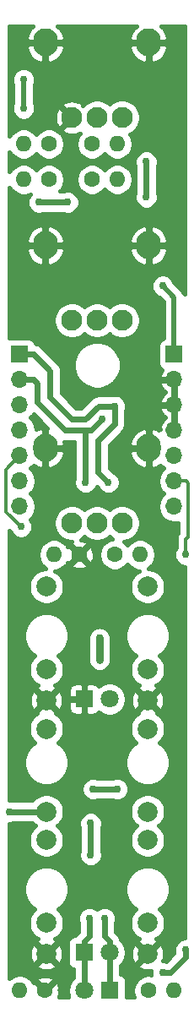
<source format=gbr>
G04 #@! TF.GenerationSoftware,KiCad,Pcbnew,(5.1.9-0-10_14)*
G04 #@! TF.CreationDate,2021-02-07T03:36:00-06:00*
G04 #@! TF.ProjectId,JNTUB_board1,4a4e5455-425f-4626-9f61-7264312e6b69,rev?*
G04 #@! TF.SameCoordinates,Original*
G04 #@! TF.FileFunction,Copper,L2,Bot*
G04 #@! TF.FilePolarity,Positive*
%FSLAX46Y46*%
G04 Gerber Fmt 4.6, Leading zero omitted, Abs format (unit mm)*
G04 Created by KiCad (PCBNEW (5.1.9-0-10_14)) date 2021-02-07 03:36:00*
%MOMM*%
%LPD*%
G01*
G04 APERTURE LIST*
G04 #@! TA.AperFunction,ComponentPad*
%ADD10O,2.500000X2.800000*%
G04 #@! TD*
G04 #@! TA.AperFunction,ComponentPad*
%ADD11C,2.100000*%
G04 #@! TD*
G04 #@! TA.AperFunction,ComponentPad*
%ADD12O,1.600000X1.600000*%
G04 #@! TD*
G04 #@! TA.AperFunction,ComponentPad*
%ADD13C,1.600000*%
G04 #@! TD*
G04 #@! TA.AperFunction,ComponentPad*
%ADD14R,1.700000X1.700000*%
G04 #@! TD*
G04 #@! TA.AperFunction,ComponentPad*
%ADD15O,1.700000X1.700000*%
G04 #@! TD*
G04 #@! TA.AperFunction,ComponentPad*
%ADD16C,2.000000*%
G04 #@! TD*
G04 #@! TA.AperFunction,ComponentPad*
%ADD17R,1.800000X1.800000*%
G04 #@! TD*
G04 #@! TA.AperFunction,ComponentPad*
%ADD18C,1.800000*%
G04 #@! TD*
G04 #@! TA.AperFunction,ViaPad*
%ADD19C,1.016000*%
G04 #@! TD*
G04 #@! TA.AperFunction,ViaPad*
%ADD20C,0.762000*%
G04 #@! TD*
G04 #@! TA.AperFunction,Conductor*
%ADD21C,0.609600*%
G04 #@! TD*
G04 #@! TA.AperFunction,Conductor*
%ADD22C,0.508000*%
G04 #@! TD*
G04 #@! TA.AperFunction,Conductor*
%ADD23C,0.304800*%
G04 #@! TD*
G04 #@! TA.AperFunction,Conductor*
%ADD24C,0.762000*%
G04 #@! TD*
G04 #@! TA.AperFunction,Conductor*
%ADD25C,0.406400*%
G04 #@! TD*
G04 #@! TA.AperFunction,Conductor*
%ADD26C,0.100000*%
G04 #@! TD*
G04 APERTURE END LIST*
D10*
G04 #@! TO.P,RV3,MP*
G04 #@! TO.N,GNDREF*
X232784000Y-60452000D03*
X222384000Y-60452000D03*
D11*
G04 #@! TO.P,RV3,3*
G04 #@! TO.N,+5V*
X230084000Y-67952000D03*
G04 #@! TO.P,RV3,2*
G04 #@! TO.N,/PeripheralBoard/P3_POT*
X227584000Y-67952000D03*
G04 #@! TO.P,RV3,1*
G04 #@! TO.N,GNDREF*
X225084000Y-67952000D03*
G04 #@! TD*
D10*
G04 #@! TO.P,RV1,MP*
G04 #@! TO.N,GNDREF*
X232784000Y-101092000D03*
X222384000Y-101092000D03*
D11*
G04 #@! TO.P,RV1,3*
G04 #@! TO.N,+5V*
X230084000Y-108592000D03*
G04 #@! TO.P,RV1,2*
G04 #@! TO.N,/PeripheralBoard/P1_POT*
X227584000Y-108592000D03*
G04 #@! TO.P,RV1,1*
G04 #@! TO.N,-5V*
X225084000Y-108592000D03*
G04 #@! TD*
D10*
G04 #@! TO.P,RV2,MP*
G04 #@! TO.N,GNDREF*
X232784000Y-80772000D03*
X222384000Y-80772000D03*
D11*
G04 #@! TO.P,RV2,3*
G04 #@! TO.N,+5V*
X230084000Y-88272000D03*
G04 #@! TO.P,RV2,2*
G04 #@! TO.N,/PeripheralBoard/P2_POT*
X227584000Y-88272000D03*
G04 #@! TO.P,RV2,1*
G04 #@! TO.N,-5V*
X225084000Y-88272000D03*
G04 #@! TD*
D12*
G04 #@! TO.P,R1,2*
G04 #@! TO.N,/PeripheralBoard/P2_POT*
X229616000Y-74168000D03*
D13*
G04 #@! TO.P,R1,1*
G04 #@! TO.N,/PeripheralBoard/P2_AVG*
X227076000Y-74168000D03*
G04 #@! TD*
D12*
G04 #@! TO.P,R3,2*
G04 #@! TO.N,/PeripheralBoard/P2_CV*
X229616000Y-70612000D03*
D13*
G04 #@! TO.P,R3,1*
G04 #@! TO.N,/PeripheralBoard/P2_AVG*
X227076000Y-70612000D03*
G04 #@! TD*
D12*
G04 #@! TO.P,R7,2*
G04 #@! TO.N,/PeripheralBoard/P1_AVG*
X220218000Y-70612000D03*
D13*
G04 #@! TO.P,R7,1*
G04 #@! TO.N,/PeripheralBoard/P1_POT*
X222758000Y-70612000D03*
G04 #@! TD*
D12*
G04 #@! TO.P,R9,2*
G04 #@! TO.N,/PeripheralBoard/P1_AVG*
X220218000Y-74168000D03*
D13*
G04 #@! TO.P,R9,1*
G04 #@! TO.N,/PeripheralBoard/P1_CV*
X222758000Y-74168000D03*
G04 #@! TD*
D12*
G04 #@! TO.P,R15,2*
G04 #@! TO.N,/PeripheralBoard/DITTO*
X235331000Y-155448000D03*
D13*
G04 #@! TO.P,R15,1*
G04 #@! TO.N,/PeripheralBoard/CLK_TRG*
X232791000Y-155448000D03*
G04 #@! TD*
D12*
G04 #@! TO.P,R17,2*
G04 #@! TO.N,/PeripheralBoard/CLK_TRG*
X219837000Y-155448000D03*
D13*
G04 #@! TO.P,R17,1*
G04 #@! TO.N,GNDREF*
X222377000Y-155448000D03*
G04 #@! TD*
D12*
G04 #@! TO.P,R21,2*
G04 #@! TO.N,/PeripheralBoard/OUT*
X231902000Y-111760000D03*
D13*
G04 #@! TO.P,R21,1*
G04 #@! TO.N,/PeripheralBoard/OUT1*
X229362000Y-111760000D03*
G04 #@! TD*
D12*
G04 #@! TO.P,R29,2*
G04 #@! TO.N,Net-(J1-Pad2)*
X223266000Y-111760000D03*
D13*
G04 #@! TO.P,R29,1*
G04 #@! TO.N,GNDREF*
X225806000Y-111760000D03*
G04 #@! TD*
D14*
G04 #@! TO.P,J7,1*
G04 #@! TO.N,+5V*
X219837000Y-91694000D03*
D15*
G04 #@! TO.P,J7,2*
G04 #@! TO.N,-5V*
X219837000Y-94234000D03*
G04 #@! TO.P,J7,3*
G04 #@! TO.N,Net-(J7-Pad3)*
X219837000Y-96774000D03*
G04 #@! TO.P,J7,4*
G04 #@! TO.N,/PeripheralBoard/LED_NEG*
X219837000Y-99314000D03*
G04 #@! TO.P,J7,5*
G04 #@! TO.N,/PeripheralBoard/LED_POS*
X219837000Y-101854000D03*
G04 #@! TO.P,J7,6*
G04 #@! TO.N,/PeripheralBoard/P3_POT*
X219837000Y-104394000D03*
G04 #@! TO.P,J7,7*
G04 #@! TO.N,/PeripheralBoard/P2_AVG*
X219837000Y-106934000D03*
G04 #@! TD*
G04 #@! TO.P,J8,7*
G04 #@! TO.N,/PeripheralBoard/P1_AVG*
X235331000Y-106934000D03*
G04 #@! TO.P,J8,6*
G04 #@! TO.N,/PeripheralBoard/CLK_TRG*
X235331000Y-104394000D03*
G04 #@! TO.P,J8,5*
G04 #@! TO.N,/PeripheralBoard/CLK_LED*
X235331000Y-101854000D03*
G04 #@! TO.P,J8,4*
G04 #@! TO.N,GNDREF*
X235331000Y-99314000D03*
G04 #@! TO.P,J8,3*
X235331000Y-96774000D03*
G04 #@! TO.P,J8,2*
X235331000Y-94234000D03*
D14*
G04 #@! TO.P,J8,1*
G04 #@! TO.N,/PeripheralBoard/OUT*
X235331000Y-91694000D03*
G04 #@! TD*
D16*
G04 #@! TO.P,J4,3*
G04 #@! TO.N,/PeripheralBoard/DITTO*
X232664000Y-137508000D03*
G04 #@! TO.P,J4,2*
G04 #@! TO.N,Net-(J4-Pad2)*
X232664000Y-129208000D03*
G04 #@! TD*
G04 #@! TO.P,J3,3*
G04 #@! TO.N,/PeripheralBoard/CLK_TRG*
X222504000Y-137508000D03*
G04 #@! TO.P,J3,2*
G04 #@! TO.N,Net-(J3-Pad2)*
X222504000Y-129208000D03*
G04 #@! TD*
G04 #@! TO.P,J6,1*
G04 #@! TO.N,GNDREF*
X232664000Y-151768000D03*
G04 #@! TO.P,J6,2*
G04 #@! TO.N,Net-(J6-Pad2)*
X232664000Y-148668000D03*
G04 #@! TO.P,J6,3*
G04 #@! TO.N,/PeripheralBoard/OUT1*
X232664000Y-140368000D03*
G04 #@! TD*
G04 #@! TO.P,J5,1*
G04 #@! TO.N,GNDREF*
X222504000Y-151768000D03*
G04 #@! TO.P,J5,2*
G04 #@! TO.N,Net-(J5-Pad2)*
X222504000Y-148668000D03*
G04 #@! TO.P,J5,3*
G04 #@! TO.N,/PeripheralBoard/OUT1*
X222504000Y-140368000D03*
G04 #@! TD*
G04 #@! TO.P,J2,1*
G04 #@! TO.N,GNDREF*
X232664000Y-126368000D03*
G04 #@! TO.P,J2,2*
G04 #@! TO.N,Net-(J1-Pad2)*
X232664000Y-123268000D03*
G04 #@! TO.P,J2,3*
G04 #@! TO.N,/PeripheralBoard/P2_CV*
X232664000Y-114968000D03*
G04 #@! TD*
G04 #@! TO.P,J1,1*
G04 #@! TO.N,GNDREF*
X222504000Y-126368000D03*
G04 #@! TO.P,J1,2*
G04 #@! TO.N,Net-(J1-Pad2)*
X222504000Y-123268000D03*
G04 #@! TO.P,J1,3*
G04 #@! TO.N,/PeripheralBoard/P1_CV*
X222504000Y-114968000D03*
G04 #@! TD*
D17*
G04 #@! TO.P,D6,1*
G04 #@! TO.N,GNDREF*
X226314000Y-126238000D03*
D18*
G04 #@! TO.P,D6,2*
G04 #@! TO.N,/PeripheralBoard/CLK_LED*
X228854000Y-126238000D03*
G04 #@! TD*
D17*
G04 #@! TO.P,D7,1*
G04 #@! TO.N,/PeripheralBoard/LED_NEG*
X226314000Y-151638000D03*
D18*
G04 #@! TO.P,D7,2*
G04 #@! TO.N,/PeripheralBoard/LED_POS*
X228854000Y-151638000D03*
G04 #@! TD*
D17*
G04 #@! TO.P,D8,1*
G04 #@! TO.N,/PeripheralBoard/LED_POS*
X228854000Y-155448000D03*
D18*
G04 #@! TO.P,D8,2*
G04 #@! TO.N,/PeripheralBoard/LED_NEG*
X226314000Y-155448000D03*
G04 #@! TD*
D19*
G04 #@! TO.N,GNDREF*
X226822000Y-113411000D03*
X224155000Y-155448000D03*
D20*
G04 #@! TO.N,+5V*
X232537000Y-75946000D03*
X232537000Y-72390000D03*
X229362000Y-96869902D03*
X228727000Y-104521000D03*
G04 #@! TO.N,-5V*
X226441000Y-104521000D03*
X228092000Y-98171000D03*
G04 #@! TO.N,/PeripheralBoard/OUT*
X234188000Y-84836000D03*
G04 #@! TO.N,/PeripheralBoard/CLK_TRG*
X218795600Y-137515600D03*
X234188000Y-153670000D03*
X236474000Y-111760000D03*
X236474000Y-151384000D03*
G04 #@! TO.N,/PeripheralBoard/P2_AVG*
X224663000Y-76454000D03*
X221742000Y-76454000D03*
G04 #@! TO.N,/PeripheralBoard/P1_AVG*
X220218000Y-67056000D03*
X220218000Y-64135000D03*
G04 #@! TO.N,/PeripheralBoard/CLK_LED*
X227203000Y-135255000D03*
X229616000Y-135255000D03*
G04 #@! TO.N,/PeripheralBoard/LED_NEG*
X226822000Y-148209000D03*
G04 #@! TO.N,/PeripheralBoard/LED_POS*
X228346000Y-148209000D03*
X219964000Y-108966000D03*
X226949000Y-141859000D03*
X226949000Y-138684000D03*
G04 #@! TO.N,/PeripheralBoard/OUT1*
X227838000Y-120142000D03*
X227838000Y-122301000D03*
G04 #@! TD*
D21*
G04 #@! TO.N,+5V*
X232537000Y-75946000D02*
X232537000Y-72390000D01*
X221234000Y-91694000D02*
X219837000Y-91694000D01*
X222885000Y-93345000D02*
X221234000Y-91694000D01*
X222885000Y-96012000D02*
X222885000Y-93345000D01*
X226441000Y-98171000D02*
X225044000Y-98171000D01*
X225044000Y-98171000D02*
X222885000Y-96012000D01*
X227742098Y-96869902D02*
X226441000Y-98171000D01*
X229362000Y-96869902D02*
X227742098Y-96869902D01*
X229362000Y-96869902D02*
X229362000Y-98679000D01*
X229362000Y-98679000D02*
X227711000Y-100330000D01*
X227711000Y-103505000D02*
X228727000Y-104521000D01*
X227711000Y-100330000D02*
X227711000Y-103505000D01*
G04 #@! TO.N,-5V*
X226441000Y-99314000D02*
X227000236Y-99314000D01*
X224409000Y-99314000D02*
X226441000Y-99314000D01*
X221615000Y-96520000D02*
X224409000Y-99314000D01*
X221615000Y-94615000D02*
X221615000Y-96520000D01*
X221234000Y-94234000D02*
X221615000Y-94615000D01*
X219837000Y-94234000D02*
X221234000Y-94234000D01*
X227000236Y-99262764D02*
X228092000Y-98171000D01*
X227000236Y-99314000D02*
X227000236Y-99262764D01*
X226441000Y-104521000D02*
X226441000Y-99314000D01*
D22*
G04 #@! TO.N,/PeripheralBoard/OUT*
X235331000Y-91694000D02*
X235331000Y-85979000D01*
X235331000Y-85979000D02*
X234188000Y-84836000D01*
D21*
G04 #@! TO.N,/PeripheralBoard/CLK_TRG*
X222504000Y-137508000D02*
X218803200Y-137508000D01*
X218803200Y-137508000D02*
X218795600Y-137515600D01*
D23*
X236474000Y-110236000D02*
X236474000Y-111760000D01*
X236533081Y-104394000D02*
X236703790Y-104564709D01*
X236703790Y-104564709D02*
X236703790Y-110006210D01*
X235331000Y-104394000D02*
X236533081Y-104394000D01*
X236703790Y-110006210D02*
X236474000Y-110236000D01*
D21*
X236474000Y-151384000D02*
X236474000Y-152146000D01*
X236474000Y-152146000D02*
X234950000Y-153670000D01*
X234188000Y-153670000D02*
X234950000Y-153670000D01*
G04 #@! TO.N,/PeripheralBoard/P2_AVG*
X221742000Y-76454000D02*
X224663000Y-76454000D01*
D22*
G04 #@! TO.N,/PeripheralBoard/P1_AVG*
X220218000Y-67056000D02*
X220218000Y-64135000D01*
D21*
G04 #@! TO.N,/PeripheralBoard/CLK_LED*
X227203000Y-135255000D02*
X229616000Y-135255000D01*
G04 #@! TO.N,/PeripheralBoard/LED_NEG*
X226314000Y-151638000D02*
X226314000Y-155448000D01*
X226314000Y-151638000D02*
X226314000Y-150495000D01*
X226314000Y-150495000D02*
X226822000Y-149987000D01*
X226822000Y-149987000D02*
X226822000Y-148209000D01*
G04 #@! TO.N,/PeripheralBoard/LED_POS*
X228854000Y-151638000D02*
X228854000Y-155448000D01*
D23*
X219837000Y-101854000D02*
X218464210Y-103226790D01*
X218464210Y-107466210D02*
X219964000Y-108966000D01*
X218464210Y-103226790D02*
X218464210Y-107466210D01*
D21*
X228854000Y-151638000D02*
X228854000Y-150495000D01*
X228854000Y-150495000D02*
X228346000Y-149987000D01*
X228346000Y-149987000D02*
X228346000Y-148209000D01*
X226949000Y-141859000D02*
X226949000Y-138684000D01*
D24*
G04 #@! TO.N,/PeripheralBoard/OUT1*
X227838000Y-120142000D02*
X227838000Y-122301000D01*
G04 #@! TD*
D25*
G04 #@! TO.N,GNDREF*
X220910074Y-59005427D02*
X220685446Y-59317889D01*
X220526093Y-59668170D01*
X220438138Y-60042809D01*
X220599348Y-60350400D01*
X222282400Y-60350400D01*
X222282400Y-60330400D01*
X222485600Y-60330400D01*
X222485600Y-60350400D01*
X224168652Y-60350400D01*
X224329862Y-60042809D01*
X224241907Y-59668170D01*
X224082554Y-59317889D01*
X223857926Y-59005427D01*
X223637709Y-58799800D01*
X231530291Y-58799800D01*
X231310074Y-59005427D01*
X231085446Y-59317889D01*
X230926093Y-59668170D01*
X230838138Y-60042809D01*
X230999348Y-60350400D01*
X232682400Y-60350400D01*
X232682400Y-60330400D01*
X232885600Y-60330400D01*
X232885600Y-60350400D01*
X234568652Y-60350400D01*
X234729862Y-60042809D01*
X234641907Y-59668170D01*
X234482554Y-59317889D01*
X234257926Y-59005427D01*
X234037709Y-58799800D01*
X236348201Y-58799800D01*
X236348201Y-85657250D01*
X236321363Y-85568778D01*
X236248013Y-85431550D01*
X236222303Y-85383449D01*
X236122395Y-85261712D01*
X236088991Y-85221009D01*
X236048287Y-85187604D01*
X235327056Y-84466373D01*
X235245932Y-84270524D01*
X235115285Y-84074997D01*
X234949003Y-83908715D01*
X234753476Y-83778068D01*
X234536219Y-83688077D01*
X234305579Y-83642200D01*
X234070421Y-83642200D01*
X233839781Y-83688077D01*
X233622524Y-83778068D01*
X233426997Y-83908715D01*
X233260715Y-84074997D01*
X233130068Y-84270524D01*
X233040077Y-84487781D01*
X232994200Y-84718421D01*
X232994200Y-84953579D01*
X233040077Y-85184219D01*
X233130068Y-85401476D01*
X233260715Y-85597003D01*
X233426997Y-85763285D01*
X233622524Y-85893932D01*
X233818373Y-85975056D01*
X234264201Y-86420884D01*
X234264200Y-90060392D01*
X234168450Y-90089438D01*
X234027248Y-90164912D01*
X233903483Y-90266483D01*
X233801912Y-90390248D01*
X233726438Y-90531450D01*
X233679961Y-90684663D01*
X233664268Y-90844000D01*
X233664268Y-92544000D01*
X233679961Y-92703337D01*
X233726438Y-92856550D01*
X233801912Y-92997752D01*
X233903483Y-93121517D01*
X234027248Y-93223088D01*
X234113224Y-93269043D01*
X234010919Y-93400489D01*
X233873674Y-93674040D01*
X233808183Y-93889943D01*
X233951336Y-94132400D01*
X235229400Y-94132400D01*
X235229400Y-94112400D01*
X235432600Y-94112400D01*
X235432600Y-94132400D01*
X235452600Y-94132400D01*
X235452600Y-94335600D01*
X235432600Y-94335600D01*
X235432600Y-96672400D01*
X235452600Y-96672400D01*
X235452600Y-96875600D01*
X235432600Y-96875600D01*
X235432600Y-99212400D01*
X235452600Y-99212400D01*
X235452600Y-99415600D01*
X235432600Y-99415600D01*
X235432600Y-99435600D01*
X235229400Y-99435600D01*
X235229400Y-99415600D01*
X235209400Y-99415600D01*
X235209400Y-99212400D01*
X235229400Y-99212400D01*
X235229400Y-96875600D01*
X233951336Y-96875600D01*
X233808183Y-97118057D01*
X233873674Y-97333960D01*
X234010919Y-97607511D01*
X234198894Y-97849030D01*
X234424320Y-98044000D01*
X234198894Y-98238970D01*
X234010919Y-98480489D01*
X233873674Y-98754040D01*
X233808183Y-98969943D01*
X233951335Y-99212398D01*
X233769800Y-99212398D01*
X233769800Y-99254597D01*
X233649553Y-99180076D01*
X233289187Y-99045070D01*
X233190737Y-99023440D01*
X232885600Y-99161496D01*
X232885600Y-100990400D01*
X232905600Y-100990400D01*
X232905600Y-101193600D01*
X232885600Y-101193600D01*
X232885600Y-103022504D01*
X233190737Y-103160560D01*
X233289187Y-103138930D01*
X233649553Y-103003924D01*
X233967757Y-102806723D01*
X234039419Y-102913973D01*
X234249446Y-103124000D01*
X234039419Y-103334027D01*
X233857445Y-103606369D01*
X233732100Y-103908979D01*
X233668200Y-104230228D01*
X233668200Y-104557772D01*
X233732100Y-104879021D01*
X233857445Y-105181631D01*
X234039419Y-105453973D01*
X234249446Y-105664000D01*
X234039419Y-105874027D01*
X233857445Y-106146369D01*
X233732100Y-106448979D01*
X233668200Y-106770228D01*
X233668200Y-107097772D01*
X233732100Y-107419021D01*
X233857445Y-107721631D01*
X234039419Y-107993973D01*
X234271027Y-108225581D01*
X234543369Y-108407555D01*
X234845979Y-108532900D01*
X235167228Y-108596800D01*
X235494772Y-108596800D01*
X235738591Y-108548302D01*
X235738591Y-109610645D01*
X235667583Y-109697169D01*
X235577957Y-109864848D01*
X235522766Y-110046789D01*
X235508800Y-110188585D01*
X235504130Y-110236000D01*
X235508800Y-110283412D01*
X235508801Y-111055740D01*
X235416068Y-111194524D01*
X235326077Y-111411781D01*
X235280200Y-111642421D01*
X235280200Y-111877579D01*
X235326077Y-112108219D01*
X235416068Y-112325476D01*
X235546715Y-112521003D01*
X235712997Y-112687285D01*
X235908524Y-112817932D01*
X236125781Y-112907923D01*
X236348200Y-112952165D01*
X236348200Y-150191835D01*
X236125781Y-150236077D01*
X235908524Y-150326068D01*
X235712997Y-150456715D01*
X235546715Y-150622997D01*
X235416068Y-150818524D01*
X235326077Y-151035781D01*
X235280200Y-151266421D01*
X235280200Y-151501579D01*
X235322954Y-151716521D01*
X234520521Y-152518955D01*
X234305579Y-152476200D01*
X234223661Y-152476200D01*
X234265342Y-152394352D01*
X234356768Y-152069911D01*
X234383142Y-151733867D01*
X234343450Y-151399134D01*
X234239218Y-151078577D01*
X234112377Y-150841276D01*
X233823605Y-150752079D01*
X232807684Y-151768000D01*
X232821827Y-151782143D01*
X232678143Y-151925827D01*
X232664000Y-151911684D01*
X231648079Y-152927605D01*
X231737276Y-153216377D01*
X232037648Y-153369342D01*
X232362089Y-153460768D01*
X232698133Y-153487142D01*
X233014650Y-153449610D01*
X232994200Y-153552421D01*
X232994200Y-153787579D01*
X233005890Y-153846348D01*
X232949847Y-153835200D01*
X232632153Y-153835200D01*
X232320563Y-153897179D01*
X232027053Y-154018755D01*
X231762900Y-154195256D01*
X231538256Y-154419900D01*
X231361755Y-154684053D01*
X231240179Y-154977563D01*
X231178200Y-155289153D01*
X231178200Y-155606847D01*
X231240179Y-155918437D01*
X231308840Y-156084200D01*
X230570732Y-156084200D01*
X230570732Y-154548000D01*
X230555039Y-154388663D01*
X230508562Y-154235450D01*
X230433088Y-154094248D01*
X230331517Y-153970483D01*
X230207752Y-153868912D01*
X230066550Y-153793438D01*
X229971600Y-153764635D01*
X229971600Y-152942666D01*
X230184419Y-152729847D01*
X230371864Y-152449315D01*
X230500979Y-152137605D01*
X230566800Y-151806696D01*
X230566800Y-151802133D01*
X230944858Y-151802133D01*
X230984550Y-152136866D01*
X231088782Y-152457423D01*
X231215623Y-152694724D01*
X231504395Y-152783921D01*
X232520316Y-151768000D01*
X231504395Y-150752079D01*
X231215623Y-150841276D01*
X231062658Y-151141648D01*
X230971232Y-151466089D01*
X230944858Y-151802133D01*
X230566800Y-151802133D01*
X230566800Y-151469304D01*
X230500979Y-151138395D01*
X230371864Y-150826685D01*
X230184419Y-150546153D01*
X229959936Y-150321670D01*
X229955429Y-150275912D01*
X229891523Y-150065244D01*
X229787746Y-149871091D01*
X229648086Y-149700914D01*
X229605437Y-149665913D01*
X229463600Y-149524076D01*
X229463600Y-148630425D01*
X229493923Y-148557219D01*
X229539800Y-148326579D01*
X229539800Y-148091421D01*
X229493923Y-147860781D01*
X229403932Y-147643524D01*
X229273285Y-147447997D01*
X229107003Y-147281715D01*
X228911476Y-147151068D01*
X228694219Y-147061077D01*
X228463579Y-147015200D01*
X228228421Y-147015200D01*
X227997781Y-147061077D01*
X227780524Y-147151068D01*
X227584997Y-147281715D01*
X227584000Y-147282712D01*
X227583003Y-147281715D01*
X227387476Y-147151068D01*
X227170219Y-147061077D01*
X226939579Y-147015200D01*
X226704421Y-147015200D01*
X226473781Y-147061077D01*
X226256524Y-147151068D01*
X226060997Y-147281715D01*
X225894715Y-147447997D01*
X225764068Y-147643524D01*
X225674077Y-147860781D01*
X225628200Y-148091421D01*
X225628200Y-148326579D01*
X225674077Y-148557219D01*
X225704400Y-148630425D01*
X225704400Y-149524076D01*
X225562558Y-149665918D01*
X225519915Y-149700914D01*
X225484919Y-149743557D01*
X225380254Y-149871091D01*
X225350069Y-149927565D01*
X225254663Y-149936961D01*
X225101450Y-149983438D01*
X224960248Y-150058912D01*
X224836483Y-150160483D01*
X224734912Y-150284248D01*
X224659438Y-150425450D01*
X224612961Y-150578663D01*
X224597268Y-150738000D01*
X224597268Y-152538000D01*
X224612961Y-152697337D01*
X224659438Y-152850550D01*
X224734912Y-152991752D01*
X224836483Y-153115517D01*
X224960248Y-153217088D01*
X225101450Y-153292562D01*
X225196400Y-153321365D01*
X225196401Y-154143333D01*
X224983581Y-154356153D01*
X224796136Y-154636685D01*
X224667021Y-154948395D01*
X224601200Y-155279304D01*
X224601200Y-155616696D01*
X224667021Y-155947605D01*
X224723601Y-156084200D01*
X223748450Y-156084200D01*
X223795472Y-155990048D01*
X223873964Y-155702903D01*
X223894930Y-155405962D01*
X223857562Y-155110636D01*
X223763297Y-154828275D01*
X223662468Y-154639637D01*
X223394143Y-154574541D01*
X222520684Y-155448000D01*
X222534827Y-155462143D01*
X222391143Y-155605827D01*
X222377000Y-155591684D01*
X222362858Y-155605827D01*
X222219174Y-155462143D01*
X222233316Y-155448000D01*
X221359857Y-154574541D01*
X221216336Y-154609359D01*
X221097066Y-154430857D01*
X221503541Y-154430857D01*
X222377000Y-155304316D01*
X223250459Y-154430857D01*
X223185363Y-154162532D01*
X222919048Y-154029528D01*
X222631903Y-153951036D01*
X222334962Y-153930070D01*
X222039636Y-153967438D01*
X221757275Y-154061703D01*
X221568637Y-154162532D01*
X221503541Y-154430857D01*
X221097066Y-154430857D01*
X221089744Y-154419900D01*
X220865100Y-154195256D01*
X220600947Y-154018755D01*
X220307437Y-153897179D01*
X219995847Y-153835200D01*
X219678153Y-153835200D01*
X219366563Y-153897179D01*
X219073053Y-154018755D01*
X218819800Y-154187973D01*
X218819800Y-152927605D01*
X221488079Y-152927605D01*
X221577276Y-153216377D01*
X221877648Y-153369342D01*
X222202089Y-153460768D01*
X222538133Y-153487142D01*
X222872866Y-153447450D01*
X223193423Y-153343218D01*
X223430724Y-153216377D01*
X223519921Y-152927605D01*
X222504000Y-151911684D01*
X221488079Y-152927605D01*
X218819800Y-152927605D01*
X218819800Y-151802133D01*
X220784858Y-151802133D01*
X220824550Y-152136866D01*
X220928782Y-152457423D01*
X221055623Y-152694724D01*
X221344395Y-152783921D01*
X222360316Y-151768000D01*
X222647684Y-151768000D01*
X223663605Y-152783921D01*
X223952377Y-152694724D01*
X224105342Y-152394352D01*
X224196768Y-152069911D01*
X224223142Y-151733867D01*
X224183450Y-151399134D01*
X224079218Y-151078577D01*
X223952377Y-150841276D01*
X223663605Y-150752079D01*
X222647684Y-151768000D01*
X222360316Y-151768000D01*
X221344395Y-150752079D01*
X221055623Y-150841276D01*
X220902658Y-151141648D01*
X220811232Y-151466089D01*
X220784858Y-151802133D01*
X218819800Y-151802133D01*
X218819800Y-145060209D01*
X220191200Y-145060209D01*
X220191200Y-145515791D01*
X220280079Y-145962619D01*
X220454423Y-146383522D01*
X220707531Y-146762324D01*
X221029676Y-147084469D01*
X221325909Y-147282406D01*
X221095907Y-147512408D01*
X220897518Y-147809317D01*
X220760865Y-148139226D01*
X220691200Y-148489455D01*
X220691200Y-148846545D01*
X220760865Y-149196774D01*
X220897518Y-149526683D01*
X221095907Y-149823592D01*
X221348408Y-150076093D01*
X221645317Y-150274482D01*
X221654563Y-150278312D01*
X221577276Y-150319623D01*
X221488079Y-150608395D01*
X222504000Y-151624316D01*
X223519921Y-150608395D01*
X223430724Y-150319623D01*
X223351323Y-150279188D01*
X223362683Y-150274482D01*
X223659592Y-150076093D01*
X223912093Y-149823592D01*
X224110482Y-149526683D01*
X224247135Y-149196774D01*
X224316800Y-148846545D01*
X224316800Y-148489455D01*
X224247135Y-148139226D01*
X224110482Y-147809317D01*
X223912093Y-147512408D01*
X223682091Y-147282406D01*
X223978324Y-147084469D01*
X224300469Y-146762324D01*
X224553577Y-146383522D01*
X224727921Y-145962619D01*
X224816800Y-145515791D01*
X224816800Y-145060209D01*
X230351200Y-145060209D01*
X230351200Y-145515791D01*
X230440079Y-145962619D01*
X230614423Y-146383522D01*
X230867531Y-146762324D01*
X231189676Y-147084469D01*
X231485909Y-147282406D01*
X231255907Y-147512408D01*
X231057518Y-147809317D01*
X230920865Y-148139226D01*
X230851200Y-148489455D01*
X230851200Y-148846545D01*
X230920865Y-149196774D01*
X231057518Y-149526683D01*
X231255907Y-149823592D01*
X231508408Y-150076093D01*
X231805317Y-150274482D01*
X231814563Y-150278312D01*
X231737276Y-150319623D01*
X231648079Y-150608395D01*
X232664000Y-151624316D01*
X233679921Y-150608395D01*
X233590724Y-150319623D01*
X233511323Y-150279188D01*
X233522683Y-150274482D01*
X233819592Y-150076093D01*
X234072093Y-149823592D01*
X234270482Y-149526683D01*
X234407135Y-149196774D01*
X234476800Y-148846545D01*
X234476800Y-148489455D01*
X234407135Y-148139226D01*
X234270482Y-147809317D01*
X234072093Y-147512408D01*
X233842091Y-147282406D01*
X234138324Y-147084469D01*
X234460469Y-146762324D01*
X234713577Y-146383522D01*
X234887921Y-145962619D01*
X234976800Y-145515791D01*
X234976800Y-145060209D01*
X234887921Y-144613381D01*
X234713577Y-144192478D01*
X234460469Y-143813676D01*
X234138324Y-143491531D01*
X233759522Y-143238423D01*
X233338619Y-143064079D01*
X232891791Y-142975200D01*
X232436209Y-142975200D01*
X231989381Y-143064079D01*
X231568478Y-143238423D01*
X231189676Y-143491531D01*
X230867531Y-143813676D01*
X230614423Y-144192478D01*
X230440079Y-144613381D01*
X230351200Y-145060209D01*
X224816800Y-145060209D01*
X224727921Y-144613381D01*
X224553577Y-144192478D01*
X224300469Y-143813676D01*
X223978324Y-143491531D01*
X223599522Y-143238423D01*
X223178619Y-143064079D01*
X222731791Y-142975200D01*
X222276209Y-142975200D01*
X221829381Y-143064079D01*
X221408478Y-143238423D01*
X221029676Y-143491531D01*
X220707531Y-143813676D01*
X220454423Y-144192478D01*
X220280079Y-144613381D01*
X220191200Y-145060209D01*
X218819800Y-145060209D01*
X218819800Y-138709400D01*
X218913179Y-138709400D01*
X219143819Y-138663523D01*
X219235373Y-138625600D01*
X221070521Y-138625600D01*
X221095907Y-138663592D01*
X221348408Y-138916093D01*
X221381194Y-138938000D01*
X221348408Y-138959907D01*
X221095907Y-139212408D01*
X220897518Y-139509317D01*
X220760865Y-139839226D01*
X220691200Y-140189455D01*
X220691200Y-140546545D01*
X220760865Y-140896774D01*
X220897518Y-141226683D01*
X221095907Y-141523592D01*
X221348408Y-141776093D01*
X221645317Y-141974482D01*
X221975226Y-142111135D01*
X222325455Y-142180800D01*
X222682545Y-142180800D01*
X223032774Y-142111135D01*
X223362683Y-141974482D01*
X223659592Y-141776093D01*
X223912093Y-141523592D01*
X224110482Y-141226683D01*
X224247135Y-140896774D01*
X224316800Y-140546545D01*
X224316800Y-140189455D01*
X224247135Y-139839226D01*
X224110482Y-139509317D01*
X223912093Y-139212408D01*
X223659592Y-138959907D01*
X223626806Y-138938000D01*
X223659592Y-138916093D01*
X223912093Y-138663592D01*
X223977020Y-138566421D01*
X225755200Y-138566421D01*
X225755200Y-138801579D01*
X225801077Y-139032219D01*
X225831401Y-139105427D01*
X225831400Y-141437575D01*
X225801077Y-141510781D01*
X225755200Y-141741421D01*
X225755200Y-141976579D01*
X225801077Y-142207219D01*
X225891068Y-142424476D01*
X226021715Y-142620003D01*
X226187997Y-142786285D01*
X226383524Y-142916932D01*
X226600781Y-143006923D01*
X226831421Y-143052800D01*
X227066579Y-143052800D01*
X227297219Y-143006923D01*
X227514476Y-142916932D01*
X227710003Y-142786285D01*
X227876285Y-142620003D01*
X228006932Y-142424476D01*
X228096923Y-142207219D01*
X228142800Y-141976579D01*
X228142800Y-141741421D01*
X228096923Y-141510781D01*
X228066600Y-141437575D01*
X228066600Y-139105425D01*
X228096923Y-139032219D01*
X228142800Y-138801579D01*
X228142800Y-138566421D01*
X228096923Y-138335781D01*
X228006932Y-138118524D01*
X227876285Y-137922997D01*
X227710003Y-137756715D01*
X227514476Y-137626068D01*
X227297219Y-137536077D01*
X227066579Y-137490200D01*
X226831421Y-137490200D01*
X226600781Y-137536077D01*
X226383524Y-137626068D01*
X226187997Y-137756715D01*
X226021715Y-137922997D01*
X225891068Y-138118524D01*
X225801077Y-138335781D01*
X225755200Y-138566421D01*
X223977020Y-138566421D01*
X224110482Y-138366683D01*
X224247135Y-138036774D01*
X224316800Y-137686545D01*
X224316800Y-137329455D01*
X230851200Y-137329455D01*
X230851200Y-137686545D01*
X230920865Y-138036774D01*
X231057518Y-138366683D01*
X231255907Y-138663592D01*
X231508408Y-138916093D01*
X231541194Y-138938000D01*
X231508408Y-138959907D01*
X231255907Y-139212408D01*
X231057518Y-139509317D01*
X230920865Y-139839226D01*
X230851200Y-140189455D01*
X230851200Y-140546545D01*
X230920865Y-140896774D01*
X231057518Y-141226683D01*
X231255907Y-141523592D01*
X231508408Y-141776093D01*
X231805317Y-141974482D01*
X232135226Y-142111135D01*
X232485455Y-142180800D01*
X232842545Y-142180800D01*
X233192774Y-142111135D01*
X233522683Y-141974482D01*
X233819592Y-141776093D01*
X234072093Y-141523592D01*
X234270482Y-141226683D01*
X234407135Y-140896774D01*
X234476800Y-140546545D01*
X234476800Y-140189455D01*
X234407135Y-139839226D01*
X234270482Y-139509317D01*
X234072093Y-139212408D01*
X233819592Y-138959907D01*
X233786806Y-138938000D01*
X233819592Y-138916093D01*
X234072093Y-138663592D01*
X234270482Y-138366683D01*
X234407135Y-138036774D01*
X234476800Y-137686545D01*
X234476800Y-137329455D01*
X234407135Y-136979226D01*
X234270482Y-136649317D01*
X234072093Y-136352408D01*
X233819592Y-136099907D01*
X233522683Y-135901518D01*
X233192774Y-135764865D01*
X232842545Y-135695200D01*
X232485455Y-135695200D01*
X232135226Y-135764865D01*
X231805317Y-135901518D01*
X231508408Y-136099907D01*
X231255907Y-136352408D01*
X231057518Y-136649317D01*
X230920865Y-136979226D01*
X230851200Y-137329455D01*
X224316800Y-137329455D01*
X224247135Y-136979226D01*
X224110482Y-136649317D01*
X223912093Y-136352408D01*
X223659592Y-136099907D01*
X223362683Y-135901518D01*
X223032774Y-135764865D01*
X222682545Y-135695200D01*
X222325455Y-135695200D01*
X221975226Y-135764865D01*
X221645317Y-135901518D01*
X221348408Y-136099907D01*
X221095907Y-136352408D01*
X221070521Y-136390400D01*
X219198677Y-136390400D01*
X219143819Y-136367677D01*
X218913179Y-136321800D01*
X218819800Y-136321800D01*
X218819800Y-135137421D01*
X226009200Y-135137421D01*
X226009200Y-135372579D01*
X226055077Y-135603219D01*
X226145068Y-135820476D01*
X226275715Y-136016003D01*
X226441997Y-136182285D01*
X226637524Y-136312932D01*
X226854781Y-136402923D01*
X227085421Y-136448800D01*
X227320579Y-136448800D01*
X227551219Y-136402923D01*
X227624425Y-136372600D01*
X229194575Y-136372600D01*
X229267781Y-136402923D01*
X229498421Y-136448800D01*
X229733579Y-136448800D01*
X229964219Y-136402923D01*
X230181476Y-136312932D01*
X230377003Y-136182285D01*
X230543285Y-136016003D01*
X230673932Y-135820476D01*
X230763923Y-135603219D01*
X230809800Y-135372579D01*
X230809800Y-135137421D01*
X230763923Y-134906781D01*
X230673932Y-134689524D01*
X230543285Y-134493997D01*
X230377003Y-134327715D01*
X230181476Y-134197068D01*
X229964219Y-134107077D01*
X229733579Y-134061200D01*
X229498421Y-134061200D01*
X229267781Y-134107077D01*
X229194575Y-134137400D01*
X227624425Y-134137400D01*
X227551219Y-134107077D01*
X227320579Y-134061200D01*
X227085421Y-134061200D01*
X226854781Y-134107077D01*
X226637524Y-134197068D01*
X226441997Y-134327715D01*
X226275715Y-134493997D01*
X226145068Y-134689524D01*
X226055077Y-134906781D01*
X226009200Y-135137421D01*
X218819800Y-135137421D01*
X218819800Y-132360209D01*
X220191200Y-132360209D01*
X220191200Y-132815791D01*
X220280079Y-133262619D01*
X220454423Y-133683522D01*
X220707531Y-134062324D01*
X221029676Y-134384469D01*
X221408478Y-134637577D01*
X221829381Y-134811921D01*
X222276209Y-134900800D01*
X222731791Y-134900800D01*
X223178619Y-134811921D01*
X223599522Y-134637577D01*
X223978324Y-134384469D01*
X224300469Y-134062324D01*
X224553577Y-133683522D01*
X224727921Y-133262619D01*
X224816800Y-132815791D01*
X224816800Y-132360209D01*
X230351200Y-132360209D01*
X230351200Y-132815791D01*
X230440079Y-133262619D01*
X230614423Y-133683522D01*
X230867531Y-134062324D01*
X231189676Y-134384469D01*
X231568478Y-134637577D01*
X231989381Y-134811921D01*
X232436209Y-134900800D01*
X232891791Y-134900800D01*
X233338619Y-134811921D01*
X233759522Y-134637577D01*
X234138324Y-134384469D01*
X234460469Y-134062324D01*
X234713577Y-133683522D01*
X234887921Y-133262619D01*
X234976800Y-132815791D01*
X234976800Y-132360209D01*
X234887921Y-131913381D01*
X234713577Y-131492478D01*
X234460469Y-131113676D01*
X234138324Y-130791531D01*
X233842091Y-130593594D01*
X234072093Y-130363592D01*
X234270482Y-130066683D01*
X234407135Y-129736774D01*
X234476800Y-129386545D01*
X234476800Y-129029455D01*
X234407135Y-128679226D01*
X234270482Y-128349317D01*
X234072093Y-128052408D01*
X233819592Y-127799907D01*
X233634096Y-127675962D01*
X233679921Y-127527605D01*
X232664000Y-126511684D01*
X231648079Y-127527605D01*
X231693904Y-127675962D01*
X231508408Y-127799907D01*
X231255907Y-128052408D01*
X231057518Y-128349317D01*
X230920865Y-128679226D01*
X230851200Y-129029455D01*
X230851200Y-129386545D01*
X230920865Y-129736774D01*
X231057518Y-130066683D01*
X231255907Y-130363592D01*
X231485909Y-130593594D01*
X231189676Y-130791531D01*
X230867531Y-131113676D01*
X230614423Y-131492478D01*
X230440079Y-131913381D01*
X230351200Y-132360209D01*
X224816800Y-132360209D01*
X224727921Y-131913381D01*
X224553577Y-131492478D01*
X224300469Y-131113676D01*
X223978324Y-130791531D01*
X223682091Y-130593594D01*
X223912093Y-130363592D01*
X224110482Y-130066683D01*
X224247135Y-129736774D01*
X224316800Y-129386545D01*
X224316800Y-129029455D01*
X224247135Y-128679226D01*
X224110482Y-128349317D01*
X223912093Y-128052408D01*
X223659592Y-127799907D01*
X223474096Y-127675962D01*
X223519921Y-127527605D01*
X222504000Y-126511684D01*
X221488079Y-127527605D01*
X221533904Y-127675962D01*
X221348408Y-127799907D01*
X221095907Y-128052408D01*
X220897518Y-128349317D01*
X220760865Y-128679226D01*
X220691200Y-129029455D01*
X220691200Y-129386545D01*
X220760865Y-129736774D01*
X220897518Y-130066683D01*
X221095907Y-130363592D01*
X221325909Y-130593594D01*
X221029676Y-130791531D01*
X220707531Y-131113676D01*
X220454423Y-131492478D01*
X220280079Y-131913381D01*
X220191200Y-132360209D01*
X218819800Y-132360209D01*
X218819800Y-126402133D01*
X220784858Y-126402133D01*
X220824550Y-126736866D01*
X220928782Y-127057423D01*
X221055623Y-127294724D01*
X221344395Y-127383921D01*
X222360316Y-126368000D01*
X222647684Y-126368000D01*
X223663605Y-127383921D01*
X223952377Y-127294724D01*
X224032188Y-127138000D01*
X224699359Y-127138000D01*
X224713091Y-127277420D01*
X224753758Y-127411481D01*
X224819798Y-127535033D01*
X224908673Y-127643327D01*
X225016967Y-127732202D01*
X225140519Y-127798242D01*
X225274580Y-127838909D01*
X225414000Y-127852641D01*
X226034600Y-127849200D01*
X226212400Y-127671400D01*
X226212400Y-126339600D01*
X224880600Y-126339600D01*
X224702800Y-126517400D01*
X224699359Y-127138000D01*
X224032188Y-127138000D01*
X224105342Y-126994352D01*
X224196768Y-126669911D01*
X224223142Y-126333867D01*
X224183450Y-125999134D01*
X224079218Y-125678577D01*
X223952377Y-125441276D01*
X223663605Y-125352079D01*
X222647684Y-126368000D01*
X222360316Y-126368000D01*
X221344395Y-125352079D01*
X221055623Y-125441276D01*
X220902658Y-125741648D01*
X220811232Y-126066089D01*
X220784858Y-126402133D01*
X218819800Y-126402133D01*
X218819800Y-119660209D01*
X220191200Y-119660209D01*
X220191200Y-120115791D01*
X220280079Y-120562619D01*
X220454423Y-120983522D01*
X220707531Y-121362324D01*
X221029676Y-121684469D01*
X221325909Y-121882406D01*
X221095907Y-122112408D01*
X220897518Y-122409317D01*
X220760865Y-122739226D01*
X220691200Y-123089455D01*
X220691200Y-123446545D01*
X220760865Y-123796774D01*
X220897518Y-124126683D01*
X221095907Y-124423592D01*
X221348408Y-124676093D01*
X221645317Y-124874482D01*
X221654563Y-124878312D01*
X221577276Y-124919623D01*
X221488079Y-125208395D01*
X222504000Y-126224316D01*
X223390316Y-125338000D01*
X224699359Y-125338000D01*
X224702800Y-125958600D01*
X224880600Y-126136400D01*
X226212400Y-126136400D01*
X226212400Y-124804600D01*
X226415600Y-124804600D01*
X226415600Y-126136400D01*
X226435600Y-126136400D01*
X226435600Y-126339600D01*
X226415600Y-126339600D01*
X226415600Y-127671400D01*
X226593400Y-127849200D01*
X227214000Y-127852641D01*
X227353420Y-127838909D01*
X227487481Y-127798242D01*
X227611033Y-127732202D01*
X227719327Y-127643327D01*
X227774198Y-127576467D01*
X228042685Y-127755864D01*
X228354395Y-127884979D01*
X228685304Y-127950800D01*
X229022696Y-127950800D01*
X229353605Y-127884979D01*
X229665315Y-127755864D01*
X229945847Y-127568419D01*
X230184419Y-127329847D01*
X230371864Y-127049315D01*
X230500979Y-126737605D01*
X230566800Y-126406696D01*
X230566800Y-126402133D01*
X230944858Y-126402133D01*
X230984550Y-126736866D01*
X231088782Y-127057423D01*
X231215623Y-127294724D01*
X231504395Y-127383921D01*
X232520316Y-126368000D01*
X232807684Y-126368000D01*
X233823605Y-127383921D01*
X234112377Y-127294724D01*
X234265342Y-126994352D01*
X234356768Y-126669911D01*
X234383142Y-126333867D01*
X234343450Y-125999134D01*
X234239218Y-125678577D01*
X234112377Y-125441276D01*
X233823605Y-125352079D01*
X232807684Y-126368000D01*
X232520316Y-126368000D01*
X231504395Y-125352079D01*
X231215623Y-125441276D01*
X231062658Y-125741648D01*
X230971232Y-126066089D01*
X230944858Y-126402133D01*
X230566800Y-126402133D01*
X230566800Y-126069304D01*
X230500979Y-125738395D01*
X230371864Y-125426685D01*
X230184419Y-125146153D01*
X229945847Y-124907581D01*
X229665315Y-124720136D01*
X229353605Y-124591021D01*
X229022696Y-124525200D01*
X228685304Y-124525200D01*
X228354395Y-124591021D01*
X228042685Y-124720136D01*
X227774198Y-124899533D01*
X227719327Y-124832673D01*
X227611033Y-124743798D01*
X227487481Y-124677758D01*
X227353420Y-124637091D01*
X227214000Y-124623359D01*
X226593400Y-124626800D01*
X226415600Y-124804600D01*
X226212400Y-124804600D01*
X226034600Y-124626800D01*
X225414000Y-124623359D01*
X225274580Y-124637091D01*
X225140519Y-124677758D01*
X225016967Y-124743798D01*
X224908673Y-124832673D01*
X224819798Y-124940967D01*
X224753758Y-125064519D01*
X224713091Y-125198580D01*
X224699359Y-125338000D01*
X223390316Y-125338000D01*
X223519921Y-125208395D01*
X223430724Y-124919623D01*
X223351323Y-124879188D01*
X223362683Y-124874482D01*
X223659592Y-124676093D01*
X223912093Y-124423592D01*
X224110482Y-124126683D01*
X224247135Y-123796774D01*
X224316800Y-123446545D01*
X224316800Y-123089455D01*
X224247135Y-122739226D01*
X224110482Y-122409317D01*
X223912093Y-122112408D01*
X223682091Y-121882406D01*
X223978324Y-121684469D01*
X224300469Y-121362324D01*
X224553577Y-120983522D01*
X224727921Y-120562619D01*
X224816800Y-120115791D01*
X224816800Y-120024421D01*
X226644200Y-120024421D01*
X226644200Y-120083357D01*
X226644201Y-122183416D01*
X226644200Y-122183421D01*
X226644200Y-122418579D01*
X226655700Y-122476394D01*
X226661475Y-122535026D01*
X226678577Y-122591404D01*
X226690077Y-122649219D01*
X226712634Y-122703676D01*
X226729737Y-122760058D01*
X226757512Y-122812022D01*
X226780068Y-122866476D01*
X226812814Y-122915484D01*
X226840590Y-122967449D01*
X226877969Y-123012995D01*
X226910715Y-123062003D01*
X226952395Y-123103683D01*
X226989773Y-123149228D01*
X227035318Y-123186606D01*
X227076997Y-123228285D01*
X227126004Y-123261030D01*
X227171552Y-123298411D01*
X227223520Y-123326188D01*
X227272524Y-123358932D01*
X227326974Y-123381486D01*
X227378943Y-123409264D01*
X227435330Y-123426369D01*
X227489781Y-123448923D01*
X227547589Y-123460422D01*
X227603975Y-123477526D01*
X227662615Y-123483302D01*
X227720421Y-123494800D01*
X227779357Y-123494800D01*
X227838000Y-123500576D01*
X227896644Y-123494800D01*
X227955579Y-123494800D01*
X228013385Y-123483302D01*
X228072026Y-123477526D01*
X228128414Y-123460421D01*
X228186219Y-123448923D01*
X228240667Y-123426370D01*
X228297058Y-123409264D01*
X228349030Y-123381484D01*
X228403476Y-123358932D01*
X228452476Y-123326191D01*
X228504449Y-123298411D01*
X228550002Y-123261027D01*
X228599003Y-123228285D01*
X228640677Y-123186611D01*
X228686228Y-123149228D01*
X228723611Y-123103677D01*
X228765285Y-123062003D01*
X228798027Y-123013002D01*
X228835411Y-122967449D01*
X228863191Y-122915476D01*
X228895932Y-122866476D01*
X228918484Y-122812030D01*
X228946264Y-122760058D01*
X228963370Y-122703667D01*
X228985923Y-122649219D01*
X228997421Y-122591414D01*
X229014526Y-122535026D01*
X229020302Y-122476384D01*
X229031800Y-122418579D01*
X229031800Y-120024421D01*
X229020302Y-119966616D01*
X229014526Y-119907974D01*
X228997421Y-119851586D01*
X228985923Y-119793781D01*
X228963370Y-119739333D01*
X228946264Y-119682942D01*
X228934113Y-119660209D01*
X230351200Y-119660209D01*
X230351200Y-120115791D01*
X230440079Y-120562619D01*
X230614423Y-120983522D01*
X230867531Y-121362324D01*
X231189676Y-121684469D01*
X231485909Y-121882406D01*
X231255907Y-122112408D01*
X231057518Y-122409317D01*
X230920865Y-122739226D01*
X230851200Y-123089455D01*
X230851200Y-123446545D01*
X230920865Y-123796774D01*
X231057518Y-124126683D01*
X231255907Y-124423592D01*
X231508408Y-124676093D01*
X231805317Y-124874482D01*
X231814563Y-124878312D01*
X231737276Y-124919623D01*
X231648079Y-125208395D01*
X232664000Y-126224316D01*
X233679921Y-125208395D01*
X233590724Y-124919623D01*
X233511323Y-124879188D01*
X233522683Y-124874482D01*
X233819592Y-124676093D01*
X234072093Y-124423592D01*
X234270482Y-124126683D01*
X234407135Y-123796774D01*
X234476800Y-123446545D01*
X234476800Y-123089455D01*
X234407135Y-122739226D01*
X234270482Y-122409317D01*
X234072093Y-122112408D01*
X233842091Y-121882406D01*
X234138324Y-121684469D01*
X234460469Y-121362324D01*
X234713577Y-120983522D01*
X234887921Y-120562619D01*
X234976800Y-120115791D01*
X234976800Y-119660209D01*
X234887921Y-119213381D01*
X234713577Y-118792478D01*
X234460469Y-118413676D01*
X234138324Y-118091531D01*
X233759522Y-117838423D01*
X233338619Y-117664079D01*
X232891791Y-117575200D01*
X232436209Y-117575200D01*
X231989381Y-117664079D01*
X231568478Y-117838423D01*
X231189676Y-118091531D01*
X230867531Y-118413676D01*
X230614423Y-118792478D01*
X230440079Y-119213381D01*
X230351200Y-119660209D01*
X228934113Y-119660209D01*
X228918484Y-119630970D01*
X228895932Y-119576524D01*
X228863191Y-119527524D01*
X228835411Y-119475551D01*
X228798027Y-119429998D01*
X228765285Y-119380997D01*
X228723611Y-119339323D01*
X228686228Y-119293772D01*
X228640678Y-119256390D01*
X228599003Y-119214715D01*
X228549998Y-119181971D01*
X228504448Y-119144589D01*
X228452480Y-119116812D01*
X228403476Y-119084068D01*
X228349026Y-119061514D01*
X228297057Y-119033736D01*
X228240670Y-119016631D01*
X228186219Y-118994077D01*
X228128411Y-118982578D01*
X228072025Y-118965474D01*
X228013385Y-118959698D01*
X227955579Y-118948200D01*
X227896643Y-118948200D01*
X227838000Y-118942424D01*
X227779356Y-118948200D01*
X227720421Y-118948200D01*
X227662615Y-118959698D01*
X227603974Y-118965474D01*
X227547586Y-118982579D01*
X227489781Y-118994077D01*
X227435333Y-119016630D01*
X227378942Y-119033736D01*
X227326970Y-119061516D01*
X227272524Y-119084068D01*
X227223524Y-119116809D01*
X227171551Y-119144589D01*
X227125998Y-119181973D01*
X227076997Y-119214715D01*
X227035323Y-119256389D01*
X226989772Y-119293772D01*
X226952390Y-119339322D01*
X226910715Y-119380997D01*
X226877971Y-119430002D01*
X226840589Y-119475552D01*
X226812812Y-119527520D01*
X226780068Y-119576524D01*
X226757514Y-119630974D01*
X226729736Y-119682943D01*
X226712631Y-119739330D01*
X226690077Y-119793781D01*
X226678578Y-119851589D01*
X226661474Y-119907975D01*
X226655698Y-119966615D01*
X226644200Y-120024421D01*
X224816800Y-120024421D01*
X224816800Y-119660209D01*
X224727921Y-119213381D01*
X224553577Y-118792478D01*
X224300469Y-118413676D01*
X223978324Y-118091531D01*
X223599522Y-117838423D01*
X223178619Y-117664079D01*
X222731791Y-117575200D01*
X222276209Y-117575200D01*
X221829381Y-117664079D01*
X221408478Y-117838423D01*
X221029676Y-118091531D01*
X220707531Y-118413676D01*
X220454423Y-118792478D01*
X220280079Y-119213381D01*
X220191200Y-119660209D01*
X218819800Y-119660209D01*
X218819800Y-114789455D01*
X220691200Y-114789455D01*
X220691200Y-115146545D01*
X220760865Y-115496774D01*
X220897518Y-115826683D01*
X221095907Y-116123592D01*
X221348408Y-116376093D01*
X221645317Y-116574482D01*
X221975226Y-116711135D01*
X222325455Y-116780800D01*
X222682545Y-116780800D01*
X223032774Y-116711135D01*
X223362683Y-116574482D01*
X223659592Y-116376093D01*
X223912093Y-116123592D01*
X224110482Y-115826683D01*
X224247135Y-115496774D01*
X224316800Y-115146545D01*
X224316800Y-114789455D01*
X224247135Y-114439226D01*
X224110482Y-114109317D01*
X223912093Y-113812408D01*
X223659592Y-113559907D01*
X223379568Y-113372800D01*
X223424847Y-113372800D01*
X223736437Y-113310821D01*
X224029947Y-113189245D01*
X224294100Y-113012744D01*
X224518744Y-112788100D01*
X224526065Y-112777143D01*
X224932541Y-112777143D01*
X224997637Y-113045468D01*
X225263952Y-113178472D01*
X225551097Y-113256964D01*
X225848038Y-113277930D01*
X226143364Y-113240562D01*
X226425725Y-113146297D01*
X226614363Y-113045468D01*
X226679459Y-112777143D01*
X225806000Y-111903684D01*
X224932541Y-112777143D01*
X224526065Y-112777143D01*
X224645336Y-112598641D01*
X224788857Y-112633459D01*
X225662316Y-111760000D01*
X225949684Y-111760000D01*
X226823143Y-112633459D01*
X227091468Y-112568363D01*
X227224472Y-112302048D01*
X227302964Y-112014903D01*
X227323930Y-111717962D01*
X227286562Y-111422636D01*
X227192297Y-111140275D01*
X227091468Y-110951637D01*
X226823143Y-110886541D01*
X225949684Y-111760000D01*
X225662316Y-111760000D01*
X224788857Y-110886541D01*
X224645336Y-110921359D01*
X224518744Y-110731900D01*
X224294100Y-110507256D01*
X224029947Y-110330755D01*
X223736437Y-110209179D01*
X223424847Y-110147200D01*
X223107153Y-110147200D01*
X222795563Y-110209179D01*
X222502053Y-110330755D01*
X222237900Y-110507256D01*
X222013256Y-110731900D01*
X221836755Y-110996053D01*
X221715179Y-111289563D01*
X221653200Y-111601153D01*
X221653200Y-111918847D01*
X221715179Y-112230437D01*
X221836755Y-112523947D01*
X222013256Y-112788100D01*
X222237900Y-113012744D01*
X222451101Y-113155200D01*
X222325455Y-113155200D01*
X221975226Y-113224865D01*
X221645317Y-113361518D01*
X221348408Y-113559907D01*
X221095907Y-113812408D01*
X220897518Y-114109317D01*
X220760865Y-114439226D01*
X220691200Y-114789455D01*
X218819800Y-114789455D01*
X218819800Y-109323207D01*
X218906068Y-109531476D01*
X219036715Y-109727003D01*
X219202997Y-109893285D01*
X219398524Y-110023932D01*
X219615781Y-110113923D01*
X219846421Y-110159800D01*
X220081579Y-110159800D01*
X220312219Y-110113923D01*
X220529476Y-110023932D01*
X220725003Y-109893285D01*
X220891285Y-109727003D01*
X221021932Y-109531476D01*
X221111923Y-109314219D01*
X221157800Y-109083579D01*
X221157800Y-108848421D01*
X221111923Y-108617781D01*
X221025249Y-108408530D01*
X223221200Y-108408530D01*
X223221200Y-108775470D01*
X223292787Y-109135359D01*
X223433208Y-109474367D01*
X223637069Y-109779466D01*
X223896534Y-110038931D01*
X224201633Y-110242792D01*
X224540641Y-110383213D01*
X224900530Y-110454800D01*
X225034553Y-110454800D01*
X224997637Y-110474532D01*
X224932541Y-110742857D01*
X225806000Y-111616316D01*
X226679459Y-110742857D01*
X226614363Y-110474532D01*
X226348048Y-110341528D01*
X226060903Y-110263036D01*
X225938379Y-110254385D01*
X225966367Y-110242792D01*
X226271466Y-110038931D01*
X226334000Y-109976397D01*
X226396534Y-110038931D01*
X226701633Y-110242792D01*
X227040641Y-110383213D01*
X227400530Y-110454800D01*
X227767470Y-110454800D01*
X228127359Y-110383213D01*
X228466367Y-110242792D01*
X228771466Y-110038931D01*
X228834000Y-109976397D01*
X228896534Y-110038931D01*
X229091737Y-110169362D01*
X228891563Y-110209179D01*
X228598053Y-110330755D01*
X228333900Y-110507256D01*
X228109256Y-110731900D01*
X227932755Y-110996053D01*
X227811179Y-111289563D01*
X227749200Y-111601153D01*
X227749200Y-111918847D01*
X227811179Y-112230437D01*
X227932755Y-112523947D01*
X228109256Y-112788100D01*
X228333900Y-113012744D01*
X228598053Y-113189245D01*
X228891563Y-113310821D01*
X229203153Y-113372800D01*
X229520847Y-113372800D01*
X229832437Y-113310821D01*
X230125947Y-113189245D01*
X230390100Y-113012744D01*
X230614744Y-112788100D01*
X230632000Y-112762275D01*
X230649256Y-112788100D01*
X230873900Y-113012744D01*
X231138053Y-113189245D01*
X231431563Y-113310821D01*
X231743153Y-113372800D01*
X231788432Y-113372800D01*
X231508408Y-113559907D01*
X231255907Y-113812408D01*
X231057518Y-114109317D01*
X230920865Y-114439226D01*
X230851200Y-114789455D01*
X230851200Y-115146545D01*
X230920865Y-115496774D01*
X231057518Y-115826683D01*
X231255907Y-116123592D01*
X231508408Y-116376093D01*
X231805317Y-116574482D01*
X232135226Y-116711135D01*
X232485455Y-116780800D01*
X232842545Y-116780800D01*
X233192774Y-116711135D01*
X233522683Y-116574482D01*
X233819592Y-116376093D01*
X234072093Y-116123592D01*
X234270482Y-115826683D01*
X234407135Y-115496774D01*
X234476800Y-115146545D01*
X234476800Y-114789455D01*
X234407135Y-114439226D01*
X234270482Y-114109317D01*
X234072093Y-113812408D01*
X233819592Y-113559907D01*
X233522683Y-113361518D01*
X233192774Y-113224865D01*
X232842545Y-113155200D01*
X232716899Y-113155200D01*
X232930100Y-113012744D01*
X233154744Y-112788100D01*
X233331245Y-112523947D01*
X233452821Y-112230437D01*
X233514800Y-111918847D01*
X233514800Y-111601153D01*
X233452821Y-111289563D01*
X233331245Y-110996053D01*
X233154744Y-110731900D01*
X232930100Y-110507256D01*
X232665947Y-110330755D01*
X232372437Y-110209179D01*
X232060847Y-110147200D01*
X231743153Y-110147200D01*
X231431563Y-110209179D01*
X231138053Y-110330755D01*
X230873900Y-110507256D01*
X230649256Y-110731900D01*
X230632000Y-110757725D01*
X230614744Y-110731900D01*
X230390100Y-110507256D01*
X230301472Y-110448037D01*
X230627359Y-110383213D01*
X230966367Y-110242792D01*
X231271466Y-110038931D01*
X231530931Y-109779466D01*
X231734792Y-109474367D01*
X231875213Y-109135359D01*
X231946800Y-108775470D01*
X231946800Y-108408530D01*
X231875213Y-108048641D01*
X231734792Y-107709633D01*
X231530931Y-107404534D01*
X231271466Y-107145069D01*
X230966367Y-106941208D01*
X230627359Y-106800787D01*
X230267470Y-106729200D01*
X229900530Y-106729200D01*
X229540641Y-106800787D01*
X229201633Y-106941208D01*
X228896534Y-107145069D01*
X228834000Y-107207603D01*
X228771466Y-107145069D01*
X228466367Y-106941208D01*
X228127359Y-106800787D01*
X227767470Y-106729200D01*
X227400530Y-106729200D01*
X227040641Y-106800787D01*
X226701633Y-106941208D01*
X226396534Y-107145069D01*
X226334000Y-107207603D01*
X226271466Y-107145069D01*
X225966367Y-106941208D01*
X225627359Y-106800787D01*
X225267470Y-106729200D01*
X224900530Y-106729200D01*
X224540641Y-106800787D01*
X224201633Y-106941208D01*
X223896534Y-107145069D01*
X223637069Y-107404534D01*
X223433208Y-107709633D01*
X223292787Y-108048641D01*
X223221200Y-108408530D01*
X221025249Y-108408530D01*
X221021932Y-108400524D01*
X220901808Y-108220746D01*
X221128581Y-107993973D01*
X221310555Y-107721631D01*
X221435900Y-107419021D01*
X221499800Y-107097772D01*
X221499800Y-106770228D01*
X221435900Y-106448979D01*
X221310555Y-106146369D01*
X221128581Y-105874027D01*
X220918554Y-105664000D01*
X221128581Y-105453973D01*
X221310555Y-105181631D01*
X221435900Y-104879021D01*
X221499800Y-104557772D01*
X221499800Y-104230228D01*
X221435900Y-103908979D01*
X221310555Y-103606369D01*
X221128581Y-103334027D01*
X220918554Y-103124000D01*
X221128581Y-102913973D01*
X221200243Y-102806723D01*
X221518447Y-103003924D01*
X221878813Y-103138930D01*
X221977263Y-103160560D01*
X222282400Y-103022504D01*
X222282400Y-101193600D01*
X222485600Y-101193600D01*
X222485600Y-103022504D01*
X222790737Y-103160560D01*
X222889187Y-103138930D01*
X223249553Y-103003924D01*
X223576656Y-102801208D01*
X223857926Y-102538573D01*
X224082554Y-102226111D01*
X224241907Y-101875830D01*
X224329862Y-101501191D01*
X224168652Y-101193600D01*
X222485600Y-101193600D01*
X222282400Y-101193600D01*
X222262400Y-101193600D01*
X222262400Y-100990400D01*
X222282400Y-100990400D01*
X222282400Y-99161496D01*
X221977263Y-99023440D01*
X221878813Y-99045070D01*
X221518447Y-99180076D01*
X221499800Y-99191632D01*
X221499800Y-99150228D01*
X221435900Y-98828979D01*
X221310555Y-98526369D01*
X221128581Y-98254027D01*
X220918554Y-98044000D01*
X221128581Y-97833973D01*
X221216648Y-97702172D01*
X222616670Y-99102195D01*
X222485600Y-99161496D01*
X222485600Y-100990400D01*
X224168652Y-100990400D01*
X224329862Y-100682809D01*
X224268915Y-100423210D01*
X224354101Y-100431600D01*
X224354104Y-100431600D01*
X224409000Y-100437007D01*
X224463896Y-100431600D01*
X225323401Y-100431600D01*
X225323400Y-104099575D01*
X225293077Y-104172781D01*
X225247200Y-104403421D01*
X225247200Y-104638579D01*
X225293077Y-104869219D01*
X225383068Y-105086476D01*
X225513715Y-105282003D01*
X225679997Y-105448285D01*
X225875524Y-105578932D01*
X226092781Y-105668923D01*
X226323421Y-105714800D01*
X226558579Y-105714800D01*
X226789219Y-105668923D01*
X227006476Y-105578932D01*
X227202003Y-105448285D01*
X227368285Y-105282003D01*
X227498932Y-105086476D01*
X227561324Y-104935849D01*
X227638745Y-105013271D01*
X227669068Y-105086476D01*
X227799715Y-105282003D01*
X227965997Y-105448285D01*
X228161524Y-105578932D01*
X228378781Y-105668923D01*
X228609421Y-105714800D01*
X228844579Y-105714800D01*
X229075219Y-105668923D01*
X229292476Y-105578932D01*
X229488003Y-105448285D01*
X229654285Y-105282003D01*
X229784932Y-105086476D01*
X229874923Y-104869219D01*
X229920800Y-104638579D01*
X229920800Y-104403421D01*
X229874923Y-104172781D01*
X229784932Y-103955524D01*
X229654285Y-103759997D01*
X229488003Y-103593715D01*
X229292476Y-103463068D01*
X229219271Y-103432745D01*
X228828600Y-103042075D01*
X228828600Y-101501191D01*
X230838138Y-101501191D01*
X230926093Y-101875830D01*
X231085446Y-102226111D01*
X231310074Y-102538573D01*
X231591344Y-102801208D01*
X231918447Y-103003924D01*
X232278813Y-103138930D01*
X232377263Y-103160560D01*
X232682400Y-103022504D01*
X232682400Y-101193600D01*
X230999348Y-101193600D01*
X230838138Y-101501191D01*
X228828600Y-101501191D01*
X228828600Y-100792924D01*
X228938715Y-100682809D01*
X230838138Y-100682809D01*
X230999348Y-100990400D01*
X232682400Y-100990400D01*
X232682400Y-99161496D01*
X232377263Y-99023440D01*
X232278813Y-99045070D01*
X231918447Y-99180076D01*
X231591344Y-99382792D01*
X231310074Y-99645427D01*
X231085446Y-99957889D01*
X230926093Y-100308170D01*
X230838138Y-100682809D01*
X228938715Y-100682809D01*
X230113443Y-99508082D01*
X230156086Y-99473086D01*
X230241590Y-99368899D01*
X230295746Y-99302910D01*
X230399523Y-99108756D01*
X230418842Y-99045070D01*
X230463429Y-98898088D01*
X230479600Y-98733899D01*
X230479600Y-98733896D01*
X230485007Y-98679000D01*
X230479600Y-98624104D01*
X230479600Y-97291327D01*
X230509923Y-97218121D01*
X230555800Y-96987481D01*
X230555800Y-96752323D01*
X230509923Y-96521683D01*
X230419932Y-96304426D01*
X230289285Y-96108899D01*
X230123003Y-95942617D01*
X229927476Y-95811970D01*
X229710219Y-95721979D01*
X229479579Y-95676102D01*
X229244421Y-95676102D01*
X229013781Y-95721979D01*
X228940575Y-95752302D01*
X227796986Y-95752302D01*
X227742097Y-95746896D01*
X227687208Y-95752302D01*
X227687199Y-95752302D01*
X227523010Y-95768473D01*
X227312342Y-95832379D01*
X227221965Y-95880687D01*
X227118188Y-95936156D01*
X227057004Y-95986369D01*
X226948012Y-96075816D01*
X226913016Y-96118460D01*
X225978076Y-97053400D01*
X225506925Y-97053400D01*
X224002600Y-95549076D01*
X224002600Y-93399896D01*
X224008007Y-93345000D01*
X223997493Y-93238250D01*
X223986429Y-93125912D01*
X223922523Y-92915244D01*
X223818746Y-92721090D01*
X223714082Y-92593557D01*
X223679086Y-92550914D01*
X223639420Y-92518361D01*
X225192201Y-92518361D01*
X225192201Y-92993641D01*
X225284923Y-93459789D01*
X225466805Y-93898891D01*
X225730856Y-94294072D01*
X226066930Y-94630146D01*
X226462111Y-94894197D01*
X226901213Y-95076079D01*
X227367361Y-95168801D01*
X227842641Y-95168801D01*
X228308789Y-95076079D01*
X228747891Y-94894197D01*
X229143072Y-94630146D01*
X229195161Y-94578057D01*
X233808183Y-94578057D01*
X233873674Y-94793960D01*
X234010919Y-95067511D01*
X234198894Y-95309030D01*
X234424320Y-95504000D01*
X234198894Y-95698970D01*
X234010919Y-95940489D01*
X233873674Y-96214040D01*
X233808183Y-96429943D01*
X233951336Y-96672400D01*
X235229400Y-96672400D01*
X235229400Y-94335600D01*
X233951336Y-94335600D01*
X233808183Y-94578057D01*
X229195161Y-94578057D01*
X229479146Y-94294072D01*
X229743197Y-93898891D01*
X229925079Y-93459789D01*
X230017801Y-92993641D01*
X230017801Y-92518361D01*
X229925079Y-92052213D01*
X229743197Y-91613111D01*
X229479146Y-91217930D01*
X229143072Y-90881856D01*
X228747891Y-90617805D01*
X228308789Y-90435923D01*
X227842641Y-90343201D01*
X227367361Y-90343201D01*
X226901213Y-90435923D01*
X226462111Y-90617805D01*
X226066930Y-90881856D01*
X225730856Y-91217930D01*
X225466805Y-91613111D01*
X225284923Y-92052213D01*
X225192201Y-92518361D01*
X223639420Y-92518361D01*
X223636443Y-92515918D01*
X222063087Y-90942563D01*
X222028086Y-90899914D01*
X221857909Y-90760254D01*
X221663756Y-90656477D01*
X221460814Y-90594915D01*
X221441562Y-90531450D01*
X221366088Y-90390248D01*
X221264517Y-90266483D01*
X221140752Y-90164912D01*
X220999550Y-90089438D01*
X220846337Y-90042961D01*
X220687000Y-90027268D01*
X218987000Y-90027268D01*
X218827663Y-90042961D01*
X218819800Y-90045346D01*
X218819800Y-88088530D01*
X223221200Y-88088530D01*
X223221200Y-88455470D01*
X223292787Y-88815359D01*
X223433208Y-89154367D01*
X223637069Y-89459466D01*
X223896534Y-89718931D01*
X224201633Y-89922792D01*
X224540641Y-90063213D01*
X224900530Y-90134800D01*
X225267470Y-90134800D01*
X225627359Y-90063213D01*
X225966367Y-89922792D01*
X226271466Y-89718931D01*
X226334000Y-89656397D01*
X226396534Y-89718931D01*
X226701633Y-89922792D01*
X227040641Y-90063213D01*
X227400530Y-90134800D01*
X227767470Y-90134800D01*
X228127359Y-90063213D01*
X228466367Y-89922792D01*
X228771466Y-89718931D01*
X228834000Y-89656397D01*
X228896534Y-89718931D01*
X229201633Y-89922792D01*
X229540641Y-90063213D01*
X229900530Y-90134800D01*
X230267470Y-90134800D01*
X230627359Y-90063213D01*
X230966367Y-89922792D01*
X231271466Y-89718931D01*
X231530931Y-89459466D01*
X231734792Y-89154367D01*
X231875213Y-88815359D01*
X231946800Y-88455470D01*
X231946800Y-88088530D01*
X231875213Y-87728641D01*
X231734792Y-87389633D01*
X231530931Y-87084534D01*
X231271466Y-86825069D01*
X230966367Y-86621208D01*
X230627359Y-86480787D01*
X230267470Y-86409200D01*
X229900530Y-86409200D01*
X229540641Y-86480787D01*
X229201633Y-86621208D01*
X228896534Y-86825069D01*
X228834000Y-86887603D01*
X228771466Y-86825069D01*
X228466367Y-86621208D01*
X228127359Y-86480787D01*
X227767470Y-86409200D01*
X227400530Y-86409200D01*
X227040641Y-86480787D01*
X226701633Y-86621208D01*
X226396534Y-86825069D01*
X226334000Y-86887603D01*
X226271466Y-86825069D01*
X225966367Y-86621208D01*
X225627359Y-86480787D01*
X225267470Y-86409200D01*
X224900530Y-86409200D01*
X224540641Y-86480787D01*
X224201633Y-86621208D01*
X223896534Y-86825069D01*
X223637069Y-87084534D01*
X223433208Y-87389633D01*
X223292787Y-87728641D01*
X223221200Y-88088530D01*
X218819800Y-88088530D01*
X218819800Y-81181191D01*
X220438138Y-81181191D01*
X220526093Y-81555830D01*
X220685446Y-81906111D01*
X220910074Y-82218573D01*
X221191344Y-82481208D01*
X221518447Y-82683924D01*
X221878813Y-82818930D01*
X221977263Y-82840560D01*
X222282400Y-82702504D01*
X222282400Y-80873600D01*
X222485600Y-80873600D01*
X222485600Y-82702504D01*
X222790737Y-82840560D01*
X222889187Y-82818930D01*
X223249553Y-82683924D01*
X223576656Y-82481208D01*
X223857926Y-82218573D01*
X224082554Y-81906111D01*
X224241907Y-81555830D01*
X224329862Y-81181191D01*
X230838138Y-81181191D01*
X230926093Y-81555830D01*
X231085446Y-81906111D01*
X231310074Y-82218573D01*
X231591344Y-82481208D01*
X231918447Y-82683924D01*
X232278813Y-82818930D01*
X232377263Y-82840560D01*
X232682400Y-82702504D01*
X232682400Y-80873600D01*
X232885600Y-80873600D01*
X232885600Y-82702504D01*
X233190737Y-82840560D01*
X233289187Y-82818930D01*
X233649553Y-82683924D01*
X233976656Y-82481208D01*
X234257926Y-82218573D01*
X234482554Y-81906111D01*
X234641907Y-81555830D01*
X234729862Y-81181191D01*
X234568652Y-80873600D01*
X232885600Y-80873600D01*
X232682400Y-80873600D01*
X230999348Y-80873600D01*
X230838138Y-81181191D01*
X224329862Y-81181191D01*
X224168652Y-80873600D01*
X222485600Y-80873600D01*
X222282400Y-80873600D01*
X220599348Y-80873600D01*
X220438138Y-81181191D01*
X218819800Y-81181191D01*
X218819800Y-80362809D01*
X220438138Y-80362809D01*
X220599348Y-80670400D01*
X222282400Y-80670400D01*
X222282400Y-78841496D01*
X222485600Y-78841496D01*
X222485600Y-80670400D01*
X224168652Y-80670400D01*
X224329862Y-80362809D01*
X230838138Y-80362809D01*
X230999348Y-80670400D01*
X232682400Y-80670400D01*
X232682400Y-78841496D01*
X232885600Y-78841496D01*
X232885600Y-80670400D01*
X234568652Y-80670400D01*
X234729862Y-80362809D01*
X234641907Y-79988170D01*
X234482554Y-79637889D01*
X234257926Y-79325427D01*
X233976656Y-79062792D01*
X233649553Y-78860076D01*
X233289187Y-78725070D01*
X233190737Y-78703440D01*
X232885600Y-78841496D01*
X232682400Y-78841496D01*
X232377263Y-78703440D01*
X232278813Y-78725070D01*
X231918447Y-78860076D01*
X231591344Y-79062792D01*
X231310074Y-79325427D01*
X231085446Y-79637889D01*
X230926093Y-79988170D01*
X230838138Y-80362809D01*
X224329862Y-80362809D01*
X224241907Y-79988170D01*
X224082554Y-79637889D01*
X223857926Y-79325427D01*
X223576656Y-79062792D01*
X223249553Y-78860076D01*
X222889187Y-78725070D01*
X222790737Y-78703440D01*
X222485600Y-78841496D01*
X222282400Y-78841496D01*
X221977263Y-78703440D01*
X221878813Y-78725070D01*
X221518447Y-78860076D01*
X221191344Y-79062792D01*
X220910074Y-79325427D01*
X220685446Y-79637889D01*
X220526093Y-79988170D01*
X220438138Y-80362809D01*
X218819800Y-80362809D01*
X218819800Y-74978409D01*
X218965256Y-75196100D01*
X219189900Y-75420744D01*
X219454053Y-75597245D01*
X219747563Y-75718821D01*
X220059153Y-75780800D01*
X220376847Y-75780800D01*
X220688437Y-75718821D01*
X220859923Y-75647789D01*
X220814715Y-75692997D01*
X220684068Y-75888524D01*
X220594077Y-76105781D01*
X220548200Y-76336421D01*
X220548200Y-76571579D01*
X220594077Y-76802219D01*
X220684068Y-77019476D01*
X220814715Y-77215003D01*
X220980997Y-77381285D01*
X221176524Y-77511932D01*
X221393781Y-77601923D01*
X221624421Y-77647800D01*
X221859579Y-77647800D01*
X222090219Y-77601923D01*
X222163425Y-77571600D01*
X224241575Y-77571600D01*
X224314781Y-77601923D01*
X224545421Y-77647800D01*
X224780579Y-77647800D01*
X225011219Y-77601923D01*
X225228476Y-77511932D01*
X225424003Y-77381285D01*
X225590285Y-77215003D01*
X225720932Y-77019476D01*
X225810923Y-76802219D01*
X225856800Y-76571579D01*
X225856800Y-76336421D01*
X225810923Y-76105781D01*
X225720932Y-75888524D01*
X225590285Y-75692997D01*
X225424003Y-75526715D01*
X225228476Y-75396068D01*
X225011219Y-75306077D01*
X224780579Y-75260200D01*
X224545421Y-75260200D01*
X224314781Y-75306077D01*
X224241575Y-75336400D01*
X223870444Y-75336400D01*
X224010744Y-75196100D01*
X224187245Y-74931947D01*
X224308821Y-74638437D01*
X224370800Y-74326847D01*
X224370800Y-74009153D01*
X225463200Y-74009153D01*
X225463200Y-74326847D01*
X225525179Y-74638437D01*
X225646755Y-74931947D01*
X225823256Y-75196100D01*
X226047900Y-75420744D01*
X226312053Y-75597245D01*
X226605563Y-75718821D01*
X226917153Y-75780800D01*
X227234847Y-75780800D01*
X227546437Y-75718821D01*
X227839947Y-75597245D01*
X228104100Y-75420744D01*
X228328744Y-75196100D01*
X228346000Y-75170275D01*
X228363256Y-75196100D01*
X228587900Y-75420744D01*
X228852053Y-75597245D01*
X229145563Y-75718821D01*
X229457153Y-75780800D01*
X229774847Y-75780800D01*
X230086437Y-75718821D01*
X230379947Y-75597245D01*
X230644100Y-75420744D01*
X230868744Y-75196100D01*
X231045245Y-74931947D01*
X231166821Y-74638437D01*
X231228800Y-74326847D01*
X231228800Y-74009153D01*
X231166821Y-73697563D01*
X231045245Y-73404053D01*
X230868744Y-73139900D01*
X230644100Y-72915256D01*
X230379947Y-72738755D01*
X230086437Y-72617179D01*
X229774847Y-72555200D01*
X229457153Y-72555200D01*
X229145563Y-72617179D01*
X228852053Y-72738755D01*
X228587900Y-72915256D01*
X228363256Y-73139900D01*
X228346000Y-73165725D01*
X228328744Y-73139900D01*
X228104100Y-72915256D01*
X227839947Y-72738755D01*
X227546437Y-72617179D01*
X227234847Y-72555200D01*
X226917153Y-72555200D01*
X226605563Y-72617179D01*
X226312053Y-72738755D01*
X226047900Y-72915256D01*
X225823256Y-73139900D01*
X225646755Y-73404053D01*
X225525179Y-73697563D01*
X225463200Y-74009153D01*
X224370800Y-74009153D01*
X224308821Y-73697563D01*
X224187245Y-73404053D01*
X224010744Y-73139900D01*
X223786100Y-72915256D01*
X223521947Y-72738755D01*
X223228437Y-72617179D01*
X222916847Y-72555200D01*
X222599153Y-72555200D01*
X222287563Y-72617179D01*
X221994053Y-72738755D01*
X221729900Y-72915256D01*
X221505256Y-73139900D01*
X221488000Y-73165725D01*
X221470744Y-73139900D01*
X221246100Y-72915256D01*
X220981947Y-72738755D01*
X220688437Y-72617179D01*
X220376847Y-72555200D01*
X220059153Y-72555200D01*
X219747563Y-72617179D01*
X219454053Y-72738755D01*
X219189900Y-72915256D01*
X218965256Y-73139900D01*
X218819800Y-73357591D01*
X218819800Y-72272421D01*
X231343200Y-72272421D01*
X231343200Y-72507579D01*
X231389077Y-72738219D01*
X231419401Y-72811427D01*
X231419400Y-75524575D01*
X231389077Y-75597781D01*
X231343200Y-75828421D01*
X231343200Y-76063579D01*
X231389077Y-76294219D01*
X231479068Y-76511476D01*
X231609715Y-76707003D01*
X231775997Y-76873285D01*
X231971524Y-77003932D01*
X232188781Y-77093923D01*
X232419421Y-77139800D01*
X232654579Y-77139800D01*
X232885219Y-77093923D01*
X233102476Y-77003932D01*
X233298003Y-76873285D01*
X233464285Y-76707003D01*
X233594932Y-76511476D01*
X233684923Y-76294219D01*
X233730800Y-76063579D01*
X233730800Y-75828421D01*
X233684923Y-75597781D01*
X233654600Y-75524575D01*
X233654600Y-72811425D01*
X233684923Y-72738219D01*
X233730800Y-72507579D01*
X233730800Y-72272421D01*
X233684923Y-72041781D01*
X233594932Y-71824524D01*
X233464285Y-71628997D01*
X233298003Y-71462715D01*
X233102476Y-71332068D01*
X232885219Y-71242077D01*
X232654579Y-71196200D01*
X232419421Y-71196200D01*
X232188781Y-71242077D01*
X231971524Y-71332068D01*
X231775997Y-71462715D01*
X231609715Y-71628997D01*
X231479068Y-71824524D01*
X231389077Y-72041781D01*
X231343200Y-72272421D01*
X218819800Y-72272421D01*
X218819800Y-71422409D01*
X218965256Y-71640100D01*
X219189900Y-71864744D01*
X219454053Y-72041245D01*
X219747563Y-72162821D01*
X220059153Y-72224800D01*
X220376847Y-72224800D01*
X220688437Y-72162821D01*
X220981947Y-72041245D01*
X221246100Y-71864744D01*
X221470744Y-71640100D01*
X221488000Y-71614275D01*
X221505256Y-71640100D01*
X221729900Y-71864744D01*
X221994053Y-72041245D01*
X222287563Y-72162821D01*
X222599153Y-72224800D01*
X222916847Y-72224800D01*
X223228437Y-72162821D01*
X223521947Y-72041245D01*
X223786100Y-71864744D01*
X224010744Y-71640100D01*
X224187245Y-71375947D01*
X224308821Y-71082437D01*
X224370800Y-70770847D01*
X224370800Y-70453153D01*
X224308821Y-70141563D01*
X224187245Y-69848053D01*
X224010744Y-69583900D01*
X223786100Y-69359256D01*
X223521947Y-69182755D01*
X223228437Y-69061179D01*
X222916847Y-68999200D01*
X222599153Y-68999200D01*
X222287563Y-69061179D01*
X221994053Y-69182755D01*
X221729900Y-69359256D01*
X221505256Y-69583900D01*
X221488000Y-69609725D01*
X221470744Y-69583900D01*
X221246100Y-69359256D01*
X220981947Y-69182755D01*
X220688437Y-69061179D01*
X220376847Y-68999200D01*
X220059153Y-68999200D01*
X219747563Y-69061179D01*
X219454053Y-69182755D01*
X219189900Y-69359256D01*
X218965256Y-69583900D01*
X218819800Y-69801591D01*
X218819800Y-64017421D01*
X219024200Y-64017421D01*
X219024200Y-64252579D01*
X219070077Y-64483219D01*
X219151201Y-64679069D01*
X219151200Y-66511933D01*
X219070077Y-66707781D01*
X219024200Y-66938421D01*
X219024200Y-67173579D01*
X219070077Y-67404219D01*
X219160068Y-67621476D01*
X219290715Y-67817003D01*
X219456997Y-67983285D01*
X219652524Y-68113932D01*
X219869781Y-68203923D01*
X220100421Y-68249800D01*
X220335579Y-68249800D01*
X220566219Y-68203923D01*
X220783476Y-68113932D01*
X220977699Y-67984156D01*
X223314570Y-67984156D01*
X223354842Y-68328737D01*
X223461565Y-68658840D01*
X223594907Y-68908305D01*
X223888794Y-69003522D01*
X224940316Y-67952000D01*
X223888794Y-66900478D01*
X223594907Y-66995695D01*
X223436954Y-67304578D01*
X223342296Y-67638340D01*
X223314570Y-67984156D01*
X220977699Y-67984156D01*
X220979003Y-67983285D01*
X221145285Y-67817003D01*
X221275932Y-67621476D01*
X221365923Y-67404219D01*
X221411800Y-67173579D01*
X221411800Y-66938421D01*
X221375673Y-66756794D01*
X224032478Y-66756794D01*
X225084000Y-67808316D01*
X225098143Y-67794174D01*
X225241827Y-67937858D01*
X225227684Y-67952000D01*
X225241827Y-67966143D01*
X225098143Y-68109827D01*
X225084000Y-68095684D01*
X224032478Y-69147206D01*
X224127695Y-69441093D01*
X224436578Y-69599046D01*
X224770340Y-69693704D01*
X225116156Y-69721430D01*
X225460737Y-69681158D01*
X225790840Y-69574435D01*
X225880812Y-69526344D01*
X225823256Y-69583900D01*
X225646755Y-69848053D01*
X225525179Y-70141563D01*
X225463200Y-70453153D01*
X225463200Y-70770847D01*
X225525179Y-71082437D01*
X225646755Y-71375947D01*
X225823256Y-71640100D01*
X226047900Y-71864744D01*
X226312053Y-72041245D01*
X226605563Y-72162821D01*
X226917153Y-72224800D01*
X227234847Y-72224800D01*
X227546437Y-72162821D01*
X227839947Y-72041245D01*
X228104100Y-71864744D01*
X228328744Y-71640100D01*
X228346000Y-71614275D01*
X228363256Y-71640100D01*
X228587900Y-71864744D01*
X228852053Y-72041245D01*
X229145563Y-72162821D01*
X229457153Y-72224800D01*
X229774847Y-72224800D01*
X230086437Y-72162821D01*
X230379947Y-72041245D01*
X230644100Y-71864744D01*
X230868744Y-71640100D01*
X231045245Y-71375947D01*
X231166821Y-71082437D01*
X231228800Y-70770847D01*
X231228800Y-70453153D01*
X231166821Y-70141563D01*
X231045245Y-69848053D01*
X230899793Y-69630368D01*
X230966367Y-69602792D01*
X231271466Y-69398931D01*
X231530931Y-69139466D01*
X231734792Y-68834367D01*
X231875213Y-68495359D01*
X231946800Y-68135470D01*
X231946800Y-67768530D01*
X231875213Y-67408641D01*
X231734792Y-67069633D01*
X231530931Y-66764534D01*
X231271466Y-66505069D01*
X230966367Y-66301208D01*
X230627359Y-66160787D01*
X230267470Y-66089200D01*
X229900530Y-66089200D01*
X229540641Y-66160787D01*
X229201633Y-66301208D01*
X228896534Y-66505069D01*
X228834000Y-66567603D01*
X228771466Y-66505069D01*
X228466367Y-66301208D01*
X228127359Y-66160787D01*
X227767470Y-66089200D01*
X227400530Y-66089200D01*
X227040641Y-66160787D01*
X226701633Y-66301208D01*
X226396534Y-66505069D01*
X226267488Y-66634115D01*
X226262843Y-66629470D01*
X226135521Y-66756792D01*
X226040305Y-66462907D01*
X225731422Y-66304954D01*
X225397660Y-66210296D01*
X225051844Y-66182570D01*
X224707263Y-66222842D01*
X224377160Y-66329565D01*
X224127695Y-66462907D01*
X224032478Y-66756794D01*
X221375673Y-66756794D01*
X221365923Y-66707781D01*
X221284800Y-66511933D01*
X221284800Y-64679067D01*
X221365923Y-64483219D01*
X221411800Y-64252579D01*
X221411800Y-64017421D01*
X221365923Y-63786781D01*
X221275932Y-63569524D01*
X221145285Y-63373997D01*
X220979003Y-63207715D01*
X220783476Y-63077068D01*
X220566219Y-62987077D01*
X220335579Y-62941200D01*
X220100421Y-62941200D01*
X219869781Y-62987077D01*
X219652524Y-63077068D01*
X219456997Y-63207715D01*
X219290715Y-63373997D01*
X219160068Y-63569524D01*
X219070077Y-63786781D01*
X219024200Y-64017421D01*
X218819800Y-64017421D01*
X218819800Y-60861191D01*
X220438138Y-60861191D01*
X220526093Y-61235830D01*
X220685446Y-61586111D01*
X220910074Y-61898573D01*
X221191344Y-62161208D01*
X221518447Y-62363924D01*
X221878813Y-62498930D01*
X221977263Y-62520560D01*
X222282400Y-62382504D01*
X222282400Y-60553600D01*
X222485600Y-60553600D01*
X222485600Y-62382504D01*
X222790737Y-62520560D01*
X222889187Y-62498930D01*
X223249553Y-62363924D01*
X223576656Y-62161208D01*
X223857926Y-61898573D01*
X224082554Y-61586111D01*
X224241907Y-61235830D01*
X224329862Y-60861191D01*
X230838138Y-60861191D01*
X230926093Y-61235830D01*
X231085446Y-61586111D01*
X231310074Y-61898573D01*
X231591344Y-62161208D01*
X231918447Y-62363924D01*
X232278813Y-62498930D01*
X232377263Y-62520560D01*
X232682400Y-62382504D01*
X232682400Y-60553600D01*
X232885600Y-60553600D01*
X232885600Y-62382504D01*
X233190737Y-62520560D01*
X233289187Y-62498930D01*
X233649553Y-62363924D01*
X233976656Y-62161208D01*
X234257926Y-61898573D01*
X234482554Y-61586111D01*
X234641907Y-61235830D01*
X234729862Y-60861191D01*
X234568652Y-60553600D01*
X232885600Y-60553600D01*
X232682400Y-60553600D01*
X230999348Y-60553600D01*
X230838138Y-60861191D01*
X224329862Y-60861191D01*
X224168652Y-60553600D01*
X222485600Y-60553600D01*
X222282400Y-60553600D01*
X220599348Y-60553600D01*
X220438138Y-60861191D01*
X218819800Y-60861191D01*
X218819800Y-58799800D01*
X221130291Y-58799800D01*
X220910074Y-59005427D01*
G04 #@! TA.AperFunction,Conductor*
D26*
G36*
X220910074Y-59005427D02*
G01*
X220685446Y-59317889D01*
X220526093Y-59668170D01*
X220438138Y-60042809D01*
X220599348Y-60350400D01*
X222282400Y-60350400D01*
X222282400Y-60330400D01*
X222485600Y-60330400D01*
X222485600Y-60350400D01*
X224168652Y-60350400D01*
X224329862Y-60042809D01*
X224241907Y-59668170D01*
X224082554Y-59317889D01*
X223857926Y-59005427D01*
X223637709Y-58799800D01*
X231530291Y-58799800D01*
X231310074Y-59005427D01*
X231085446Y-59317889D01*
X230926093Y-59668170D01*
X230838138Y-60042809D01*
X230999348Y-60350400D01*
X232682400Y-60350400D01*
X232682400Y-60330400D01*
X232885600Y-60330400D01*
X232885600Y-60350400D01*
X234568652Y-60350400D01*
X234729862Y-60042809D01*
X234641907Y-59668170D01*
X234482554Y-59317889D01*
X234257926Y-59005427D01*
X234037709Y-58799800D01*
X236348201Y-58799800D01*
X236348201Y-85657250D01*
X236321363Y-85568778D01*
X236248013Y-85431550D01*
X236222303Y-85383449D01*
X236122395Y-85261712D01*
X236088991Y-85221009D01*
X236048287Y-85187604D01*
X235327056Y-84466373D01*
X235245932Y-84270524D01*
X235115285Y-84074997D01*
X234949003Y-83908715D01*
X234753476Y-83778068D01*
X234536219Y-83688077D01*
X234305579Y-83642200D01*
X234070421Y-83642200D01*
X233839781Y-83688077D01*
X233622524Y-83778068D01*
X233426997Y-83908715D01*
X233260715Y-84074997D01*
X233130068Y-84270524D01*
X233040077Y-84487781D01*
X232994200Y-84718421D01*
X232994200Y-84953579D01*
X233040077Y-85184219D01*
X233130068Y-85401476D01*
X233260715Y-85597003D01*
X233426997Y-85763285D01*
X233622524Y-85893932D01*
X233818373Y-85975056D01*
X234264201Y-86420884D01*
X234264200Y-90060392D01*
X234168450Y-90089438D01*
X234027248Y-90164912D01*
X233903483Y-90266483D01*
X233801912Y-90390248D01*
X233726438Y-90531450D01*
X233679961Y-90684663D01*
X233664268Y-90844000D01*
X233664268Y-92544000D01*
X233679961Y-92703337D01*
X233726438Y-92856550D01*
X233801912Y-92997752D01*
X233903483Y-93121517D01*
X234027248Y-93223088D01*
X234113224Y-93269043D01*
X234010919Y-93400489D01*
X233873674Y-93674040D01*
X233808183Y-93889943D01*
X233951336Y-94132400D01*
X235229400Y-94132400D01*
X235229400Y-94112400D01*
X235432600Y-94112400D01*
X235432600Y-94132400D01*
X235452600Y-94132400D01*
X235452600Y-94335600D01*
X235432600Y-94335600D01*
X235432600Y-96672400D01*
X235452600Y-96672400D01*
X235452600Y-96875600D01*
X235432600Y-96875600D01*
X235432600Y-99212400D01*
X235452600Y-99212400D01*
X235452600Y-99415600D01*
X235432600Y-99415600D01*
X235432600Y-99435600D01*
X235229400Y-99435600D01*
X235229400Y-99415600D01*
X235209400Y-99415600D01*
X235209400Y-99212400D01*
X235229400Y-99212400D01*
X235229400Y-96875600D01*
X233951336Y-96875600D01*
X233808183Y-97118057D01*
X233873674Y-97333960D01*
X234010919Y-97607511D01*
X234198894Y-97849030D01*
X234424320Y-98044000D01*
X234198894Y-98238970D01*
X234010919Y-98480489D01*
X233873674Y-98754040D01*
X233808183Y-98969943D01*
X233951335Y-99212398D01*
X233769800Y-99212398D01*
X233769800Y-99254597D01*
X233649553Y-99180076D01*
X233289187Y-99045070D01*
X233190737Y-99023440D01*
X232885600Y-99161496D01*
X232885600Y-100990400D01*
X232905600Y-100990400D01*
X232905600Y-101193600D01*
X232885600Y-101193600D01*
X232885600Y-103022504D01*
X233190737Y-103160560D01*
X233289187Y-103138930D01*
X233649553Y-103003924D01*
X233967757Y-102806723D01*
X234039419Y-102913973D01*
X234249446Y-103124000D01*
X234039419Y-103334027D01*
X233857445Y-103606369D01*
X233732100Y-103908979D01*
X233668200Y-104230228D01*
X233668200Y-104557772D01*
X233732100Y-104879021D01*
X233857445Y-105181631D01*
X234039419Y-105453973D01*
X234249446Y-105664000D01*
X234039419Y-105874027D01*
X233857445Y-106146369D01*
X233732100Y-106448979D01*
X233668200Y-106770228D01*
X233668200Y-107097772D01*
X233732100Y-107419021D01*
X233857445Y-107721631D01*
X234039419Y-107993973D01*
X234271027Y-108225581D01*
X234543369Y-108407555D01*
X234845979Y-108532900D01*
X235167228Y-108596800D01*
X235494772Y-108596800D01*
X235738591Y-108548302D01*
X235738591Y-109610645D01*
X235667583Y-109697169D01*
X235577957Y-109864848D01*
X235522766Y-110046789D01*
X235508800Y-110188585D01*
X235504130Y-110236000D01*
X235508800Y-110283412D01*
X235508801Y-111055740D01*
X235416068Y-111194524D01*
X235326077Y-111411781D01*
X235280200Y-111642421D01*
X235280200Y-111877579D01*
X235326077Y-112108219D01*
X235416068Y-112325476D01*
X235546715Y-112521003D01*
X235712997Y-112687285D01*
X235908524Y-112817932D01*
X236125781Y-112907923D01*
X236348200Y-112952165D01*
X236348200Y-150191835D01*
X236125781Y-150236077D01*
X235908524Y-150326068D01*
X235712997Y-150456715D01*
X235546715Y-150622997D01*
X235416068Y-150818524D01*
X235326077Y-151035781D01*
X235280200Y-151266421D01*
X235280200Y-151501579D01*
X235322954Y-151716521D01*
X234520521Y-152518955D01*
X234305579Y-152476200D01*
X234223661Y-152476200D01*
X234265342Y-152394352D01*
X234356768Y-152069911D01*
X234383142Y-151733867D01*
X234343450Y-151399134D01*
X234239218Y-151078577D01*
X234112377Y-150841276D01*
X233823605Y-150752079D01*
X232807684Y-151768000D01*
X232821827Y-151782143D01*
X232678143Y-151925827D01*
X232664000Y-151911684D01*
X231648079Y-152927605D01*
X231737276Y-153216377D01*
X232037648Y-153369342D01*
X232362089Y-153460768D01*
X232698133Y-153487142D01*
X233014650Y-153449610D01*
X232994200Y-153552421D01*
X232994200Y-153787579D01*
X233005890Y-153846348D01*
X232949847Y-153835200D01*
X232632153Y-153835200D01*
X232320563Y-153897179D01*
X232027053Y-154018755D01*
X231762900Y-154195256D01*
X231538256Y-154419900D01*
X231361755Y-154684053D01*
X231240179Y-154977563D01*
X231178200Y-155289153D01*
X231178200Y-155606847D01*
X231240179Y-155918437D01*
X231308840Y-156084200D01*
X230570732Y-156084200D01*
X230570732Y-154548000D01*
X230555039Y-154388663D01*
X230508562Y-154235450D01*
X230433088Y-154094248D01*
X230331517Y-153970483D01*
X230207752Y-153868912D01*
X230066550Y-153793438D01*
X229971600Y-153764635D01*
X229971600Y-152942666D01*
X230184419Y-152729847D01*
X230371864Y-152449315D01*
X230500979Y-152137605D01*
X230566800Y-151806696D01*
X230566800Y-151802133D01*
X230944858Y-151802133D01*
X230984550Y-152136866D01*
X231088782Y-152457423D01*
X231215623Y-152694724D01*
X231504395Y-152783921D01*
X232520316Y-151768000D01*
X231504395Y-150752079D01*
X231215623Y-150841276D01*
X231062658Y-151141648D01*
X230971232Y-151466089D01*
X230944858Y-151802133D01*
X230566800Y-151802133D01*
X230566800Y-151469304D01*
X230500979Y-151138395D01*
X230371864Y-150826685D01*
X230184419Y-150546153D01*
X229959936Y-150321670D01*
X229955429Y-150275912D01*
X229891523Y-150065244D01*
X229787746Y-149871091D01*
X229648086Y-149700914D01*
X229605437Y-149665913D01*
X229463600Y-149524076D01*
X229463600Y-148630425D01*
X229493923Y-148557219D01*
X229539800Y-148326579D01*
X229539800Y-148091421D01*
X229493923Y-147860781D01*
X229403932Y-147643524D01*
X229273285Y-147447997D01*
X229107003Y-147281715D01*
X228911476Y-147151068D01*
X228694219Y-147061077D01*
X228463579Y-147015200D01*
X228228421Y-147015200D01*
X227997781Y-147061077D01*
X227780524Y-147151068D01*
X227584997Y-147281715D01*
X227584000Y-147282712D01*
X227583003Y-147281715D01*
X227387476Y-147151068D01*
X227170219Y-147061077D01*
X226939579Y-147015200D01*
X226704421Y-147015200D01*
X226473781Y-147061077D01*
X226256524Y-147151068D01*
X226060997Y-147281715D01*
X225894715Y-147447997D01*
X225764068Y-147643524D01*
X225674077Y-147860781D01*
X225628200Y-148091421D01*
X225628200Y-148326579D01*
X225674077Y-148557219D01*
X225704400Y-148630425D01*
X225704400Y-149524076D01*
X225562558Y-149665918D01*
X225519915Y-149700914D01*
X225484919Y-149743557D01*
X225380254Y-149871091D01*
X225350069Y-149927565D01*
X225254663Y-149936961D01*
X225101450Y-149983438D01*
X224960248Y-150058912D01*
X224836483Y-150160483D01*
X224734912Y-150284248D01*
X224659438Y-150425450D01*
X224612961Y-150578663D01*
X224597268Y-150738000D01*
X224597268Y-152538000D01*
X224612961Y-152697337D01*
X224659438Y-152850550D01*
X224734912Y-152991752D01*
X224836483Y-153115517D01*
X224960248Y-153217088D01*
X225101450Y-153292562D01*
X225196400Y-153321365D01*
X225196401Y-154143333D01*
X224983581Y-154356153D01*
X224796136Y-154636685D01*
X224667021Y-154948395D01*
X224601200Y-155279304D01*
X224601200Y-155616696D01*
X224667021Y-155947605D01*
X224723601Y-156084200D01*
X223748450Y-156084200D01*
X223795472Y-155990048D01*
X223873964Y-155702903D01*
X223894930Y-155405962D01*
X223857562Y-155110636D01*
X223763297Y-154828275D01*
X223662468Y-154639637D01*
X223394143Y-154574541D01*
X222520684Y-155448000D01*
X222534827Y-155462143D01*
X222391143Y-155605827D01*
X222377000Y-155591684D01*
X222362858Y-155605827D01*
X222219174Y-155462143D01*
X222233316Y-155448000D01*
X221359857Y-154574541D01*
X221216336Y-154609359D01*
X221097066Y-154430857D01*
X221503541Y-154430857D01*
X222377000Y-155304316D01*
X223250459Y-154430857D01*
X223185363Y-154162532D01*
X222919048Y-154029528D01*
X222631903Y-153951036D01*
X222334962Y-153930070D01*
X222039636Y-153967438D01*
X221757275Y-154061703D01*
X221568637Y-154162532D01*
X221503541Y-154430857D01*
X221097066Y-154430857D01*
X221089744Y-154419900D01*
X220865100Y-154195256D01*
X220600947Y-154018755D01*
X220307437Y-153897179D01*
X219995847Y-153835200D01*
X219678153Y-153835200D01*
X219366563Y-153897179D01*
X219073053Y-154018755D01*
X218819800Y-154187973D01*
X218819800Y-152927605D01*
X221488079Y-152927605D01*
X221577276Y-153216377D01*
X221877648Y-153369342D01*
X222202089Y-153460768D01*
X222538133Y-153487142D01*
X222872866Y-153447450D01*
X223193423Y-153343218D01*
X223430724Y-153216377D01*
X223519921Y-152927605D01*
X222504000Y-151911684D01*
X221488079Y-152927605D01*
X218819800Y-152927605D01*
X218819800Y-151802133D01*
X220784858Y-151802133D01*
X220824550Y-152136866D01*
X220928782Y-152457423D01*
X221055623Y-152694724D01*
X221344395Y-152783921D01*
X222360316Y-151768000D01*
X222647684Y-151768000D01*
X223663605Y-152783921D01*
X223952377Y-152694724D01*
X224105342Y-152394352D01*
X224196768Y-152069911D01*
X224223142Y-151733867D01*
X224183450Y-151399134D01*
X224079218Y-151078577D01*
X223952377Y-150841276D01*
X223663605Y-150752079D01*
X222647684Y-151768000D01*
X222360316Y-151768000D01*
X221344395Y-150752079D01*
X221055623Y-150841276D01*
X220902658Y-151141648D01*
X220811232Y-151466089D01*
X220784858Y-151802133D01*
X218819800Y-151802133D01*
X218819800Y-145060209D01*
X220191200Y-145060209D01*
X220191200Y-145515791D01*
X220280079Y-145962619D01*
X220454423Y-146383522D01*
X220707531Y-146762324D01*
X221029676Y-147084469D01*
X221325909Y-147282406D01*
X221095907Y-147512408D01*
X220897518Y-147809317D01*
X220760865Y-148139226D01*
X220691200Y-148489455D01*
X220691200Y-148846545D01*
X220760865Y-149196774D01*
X220897518Y-149526683D01*
X221095907Y-149823592D01*
X221348408Y-150076093D01*
X221645317Y-150274482D01*
X221654563Y-150278312D01*
X221577276Y-150319623D01*
X221488079Y-150608395D01*
X222504000Y-151624316D01*
X223519921Y-150608395D01*
X223430724Y-150319623D01*
X223351323Y-150279188D01*
X223362683Y-150274482D01*
X223659592Y-150076093D01*
X223912093Y-149823592D01*
X224110482Y-149526683D01*
X224247135Y-149196774D01*
X224316800Y-148846545D01*
X224316800Y-148489455D01*
X224247135Y-148139226D01*
X224110482Y-147809317D01*
X223912093Y-147512408D01*
X223682091Y-147282406D01*
X223978324Y-147084469D01*
X224300469Y-146762324D01*
X224553577Y-146383522D01*
X224727921Y-145962619D01*
X224816800Y-145515791D01*
X224816800Y-145060209D01*
X230351200Y-145060209D01*
X230351200Y-145515791D01*
X230440079Y-145962619D01*
X230614423Y-146383522D01*
X230867531Y-146762324D01*
X231189676Y-147084469D01*
X231485909Y-147282406D01*
X231255907Y-147512408D01*
X231057518Y-147809317D01*
X230920865Y-148139226D01*
X230851200Y-148489455D01*
X230851200Y-148846545D01*
X230920865Y-149196774D01*
X231057518Y-149526683D01*
X231255907Y-149823592D01*
X231508408Y-150076093D01*
X231805317Y-150274482D01*
X231814563Y-150278312D01*
X231737276Y-150319623D01*
X231648079Y-150608395D01*
X232664000Y-151624316D01*
X233679921Y-150608395D01*
X233590724Y-150319623D01*
X233511323Y-150279188D01*
X233522683Y-150274482D01*
X233819592Y-150076093D01*
X234072093Y-149823592D01*
X234270482Y-149526683D01*
X234407135Y-149196774D01*
X234476800Y-148846545D01*
X234476800Y-148489455D01*
X234407135Y-148139226D01*
X234270482Y-147809317D01*
X234072093Y-147512408D01*
X233842091Y-147282406D01*
X234138324Y-147084469D01*
X234460469Y-146762324D01*
X234713577Y-146383522D01*
X234887921Y-145962619D01*
X234976800Y-145515791D01*
X234976800Y-145060209D01*
X234887921Y-144613381D01*
X234713577Y-144192478D01*
X234460469Y-143813676D01*
X234138324Y-143491531D01*
X233759522Y-143238423D01*
X233338619Y-143064079D01*
X232891791Y-142975200D01*
X232436209Y-142975200D01*
X231989381Y-143064079D01*
X231568478Y-143238423D01*
X231189676Y-143491531D01*
X230867531Y-143813676D01*
X230614423Y-144192478D01*
X230440079Y-144613381D01*
X230351200Y-145060209D01*
X224816800Y-145060209D01*
X224727921Y-144613381D01*
X224553577Y-144192478D01*
X224300469Y-143813676D01*
X223978324Y-143491531D01*
X223599522Y-143238423D01*
X223178619Y-143064079D01*
X222731791Y-142975200D01*
X222276209Y-142975200D01*
X221829381Y-143064079D01*
X221408478Y-143238423D01*
X221029676Y-143491531D01*
X220707531Y-143813676D01*
X220454423Y-144192478D01*
X220280079Y-144613381D01*
X220191200Y-145060209D01*
X218819800Y-145060209D01*
X218819800Y-138709400D01*
X218913179Y-138709400D01*
X219143819Y-138663523D01*
X219235373Y-138625600D01*
X221070521Y-138625600D01*
X221095907Y-138663592D01*
X221348408Y-138916093D01*
X221381194Y-138938000D01*
X221348408Y-138959907D01*
X221095907Y-139212408D01*
X220897518Y-139509317D01*
X220760865Y-139839226D01*
X220691200Y-140189455D01*
X220691200Y-140546545D01*
X220760865Y-140896774D01*
X220897518Y-141226683D01*
X221095907Y-141523592D01*
X221348408Y-141776093D01*
X221645317Y-141974482D01*
X221975226Y-142111135D01*
X222325455Y-142180800D01*
X222682545Y-142180800D01*
X223032774Y-142111135D01*
X223362683Y-141974482D01*
X223659592Y-141776093D01*
X223912093Y-141523592D01*
X224110482Y-141226683D01*
X224247135Y-140896774D01*
X224316800Y-140546545D01*
X224316800Y-140189455D01*
X224247135Y-139839226D01*
X224110482Y-139509317D01*
X223912093Y-139212408D01*
X223659592Y-138959907D01*
X223626806Y-138938000D01*
X223659592Y-138916093D01*
X223912093Y-138663592D01*
X223977020Y-138566421D01*
X225755200Y-138566421D01*
X225755200Y-138801579D01*
X225801077Y-139032219D01*
X225831401Y-139105427D01*
X225831400Y-141437575D01*
X225801077Y-141510781D01*
X225755200Y-141741421D01*
X225755200Y-141976579D01*
X225801077Y-142207219D01*
X225891068Y-142424476D01*
X226021715Y-142620003D01*
X226187997Y-142786285D01*
X226383524Y-142916932D01*
X226600781Y-143006923D01*
X226831421Y-143052800D01*
X227066579Y-143052800D01*
X227297219Y-143006923D01*
X227514476Y-142916932D01*
X227710003Y-142786285D01*
X227876285Y-142620003D01*
X228006932Y-142424476D01*
X228096923Y-142207219D01*
X228142800Y-141976579D01*
X228142800Y-141741421D01*
X228096923Y-141510781D01*
X228066600Y-141437575D01*
X228066600Y-139105425D01*
X228096923Y-139032219D01*
X228142800Y-138801579D01*
X228142800Y-138566421D01*
X228096923Y-138335781D01*
X228006932Y-138118524D01*
X227876285Y-137922997D01*
X227710003Y-137756715D01*
X227514476Y-137626068D01*
X227297219Y-137536077D01*
X227066579Y-137490200D01*
X226831421Y-137490200D01*
X226600781Y-137536077D01*
X226383524Y-137626068D01*
X226187997Y-137756715D01*
X226021715Y-137922997D01*
X225891068Y-138118524D01*
X225801077Y-138335781D01*
X225755200Y-138566421D01*
X223977020Y-138566421D01*
X224110482Y-138366683D01*
X224247135Y-138036774D01*
X224316800Y-137686545D01*
X224316800Y-137329455D01*
X230851200Y-137329455D01*
X230851200Y-137686545D01*
X230920865Y-138036774D01*
X231057518Y-138366683D01*
X231255907Y-138663592D01*
X231508408Y-138916093D01*
X231541194Y-138938000D01*
X231508408Y-138959907D01*
X231255907Y-139212408D01*
X231057518Y-139509317D01*
X230920865Y-139839226D01*
X230851200Y-140189455D01*
X230851200Y-140546545D01*
X230920865Y-140896774D01*
X231057518Y-141226683D01*
X231255907Y-141523592D01*
X231508408Y-141776093D01*
X231805317Y-141974482D01*
X232135226Y-142111135D01*
X232485455Y-142180800D01*
X232842545Y-142180800D01*
X233192774Y-142111135D01*
X233522683Y-141974482D01*
X233819592Y-141776093D01*
X234072093Y-141523592D01*
X234270482Y-141226683D01*
X234407135Y-140896774D01*
X234476800Y-140546545D01*
X234476800Y-140189455D01*
X234407135Y-139839226D01*
X234270482Y-139509317D01*
X234072093Y-139212408D01*
X233819592Y-138959907D01*
X233786806Y-138938000D01*
X233819592Y-138916093D01*
X234072093Y-138663592D01*
X234270482Y-138366683D01*
X234407135Y-138036774D01*
X234476800Y-137686545D01*
X234476800Y-137329455D01*
X234407135Y-136979226D01*
X234270482Y-136649317D01*
X234072093Y-136352408D01*
X233819592Y-136099907D01*
X233522683Y-135901518D01*
X233192774Y-135764865D01*
X232842545Y-135695200D01*
X232485455Y-135695200D01*
X232135226Y-135764865D01*
X231805317Y-135901518D01*
X231508408Y-136099907D01*
X231255907Y-136352408D01*
X231057518Y-136649317D01*
X230920865Y-136979226D01*
X230851200Y-137329455D01*
X224316800Y-137329455D01*
X224247135Y-136979226D01*
X224110482Y-136649317D01*
X223912093Y-136352408D01*
X223659592Y-136099907D01*
X223362683Y-135901518D01*
X223032774Y-135764865D01*
X222682545Y-135695200D01*
X222325455Y-135695200D01*
X221975226Y-135764865D01*
X221645317Y-135901518D01*
X221348408Y-136099907D01*
X221095907Y-136352408D01*
X221070521Y-136390400D01*
X219198677Y-136390400D01*
X219143819Y-136367677D01*
X218913179Y-136321800D01*
X218819800Y-136321800D01*
X218819800Y-135137421D01*
X226009200Y-135137421D01*
X226009200Y-135372579D01*
X226055077Y-135603219D01*
X226145068Y-135820476D01*
X226275715Y-136016003D01*
X226441997Y-136182285D01*
X226637524Y-136312932D01*
X226854781Y-136402923D01*
X227085421Y-136448800D01*
X227320579Y-136448800D01*
X227551219Y-136402923D01*
X227624425Y-136372600D01*
X229194575Y-136372600D01*
X229267781Y-136402923D01*
X229498421Y-136448800D01*
X229733579Y-136448800D01*
X229964219Y-136402923D01*
X230181476Y-136312932D01*
X230377003Y-136182285D01*
X230543285Y-136016003D01*
X230673932Y-135820476D01*
X230763923Y-135603219D01*
X230809800Y-135372579D01*
X230809800Y-135137421D01*
X230763923Y-134906781D01*
X230673932Y-134689524D01*
X230543285Y-134493997D01*
X230377003Y-134327715D01*
X230181476Y-134197068D01*
X229964219Y-134107077D01*
X229733579Y-134061200D01*
X229498421Y-134061200D01*
X229267781Y-134107077D01*
X229194575Y-134137400D01*
X227624425Y-134137400D01*
X227551219Y-134107077D01*
X227320579Y-134061200D01*
X227085421Y-134061200D01*
X226854781Y-134107077D01*
X226637524Y-134197068D01*
X226441997Y-134327715D01*
X226275715Y-134493997D01*
X226145068Y-134689524D01*
X226055077Y-134906781D01*
X226009200Y-135137421D01*
X218819800Y-135137421D01*
X218819800Y-132360209D01*
X220191200Y-132360209D01*
X220191200Y-132815791D01*
X220280079Y-133262619D01*
X220454423Y-133683522D01*
X220707531Y-134062324D01*
X221029676Y-134384469D01*
X221408478Y-134637577D01*
X221829381Y-134811921D01*
X222276209Y-134900800D01*
X222731791Y-134900800D01*
X223178619Y-134811921D01*
X223599522Y-134637577D01*
X223978324Y-134384469D01*
X224300469Y-134062324D01*
X224553577Y-133683522D01*
X224727921Y-133262619D01*
X224816800Y-132815791D01*
X224816800Y-132360209D01*
X230351200Y-132360209D01*
X230351200Y-132815791D01*
X230440079Y-133262619D01*
X230614423Y-133683522D01*
X230867531Y-134062324D01*
X231189676Y-134384469D01*
X231568478Y-134637577D01*
X231989381Y-134811921D01*
X232436209Y-134900800D01*
X232891791Y-134900800D01*
X233338619Y-134811921D01*
X233759522Y-134637577D01*
X234138324Y-134384469D01*
X234460469Y-134062324D01*
X234713577Y-133683522D01*
X234887921Y-133262619D01*
X234976800Y-132815791D01*
X234976800Y-132360209D01*
X234887921Y-131913381D01*
X234713577Y-131492478D01*
X234460469Y-131113676D01*
X234138324Y-130791531D01*
X233842091Y-130593594D01*
X234072093Y-130363592D01*
X234270482Y-130066683D01*
X234407135Y-129736774D01*
X234476800Y-129386545D01*
X234476800Y-129029455D01*
X234407135Y-128679226D01*
X234270482Y-128349317D01*
X234072093Y-128052408D01*
X233819592Y-127799907D01*
X233634096Y-127675962D01*
X233679921Y-127527605D01*
X232664000Y-126511684D01*
X231648079Y-127527605D01*
X231693904Y-127675962D01*
X231508408Y-127799907D01*
X231255907Y-128052408D01*
X231057518Y-128349317D01*
X230920865Y-128679226D01*
X230851200Y-129029455D01*
X230851200Y-129386545D01*
X230920865Y-129736774D01*
X231057518Y-130066683D01*
X231255907Y-130363592D01*
X231485909Y-130593594D01*
X231189676Y-130791531D01*
X230867531Y-131113676D01*
X230614423Y-131492478D01*
X230440079Y-131913381D01*
X230351200Y-132360209D01*
X224816800Y-132360209D01*
X224727921Y-131913381D01*
X224553577Y-131492478D01*
X224300469Y-131113676D01*
X223978324Y-130791531D01*
X223682091Y-130593594D01*
X223912093Y-130363592D01*
X224110482Y-130066683D01*
X224247135Y-129736774D01*
X224316800Y-129386545D01*
X224316800Y-129029455D01*
X224247135Y-128679226D01*
X224110482Y-128349317D01*
X223912093Y-128052408D01*
X223659592Y-127799907D01*
X223474096Y-127675962D01*
X223519921Y-127527605D01*
X222504000Y-126511684D01*
X221488079Y-127527605D01*
X221533904Y-127675962D01*
X221348408Y-127799907D01*
X221095907Y-128052408D01*
X220897518Y-128349317D01*
X220760865Y-128679226D01*
X220691200Y-129029455D01*
X220691200Y-129386545D01*
X220760865Y-129736774D01*
X220897518Y-130066683D01*
X221095907Y-130363592D01*
X221325909Y-130593594D01*
X221029676Y-130791531D01*
X220707531Y-131113676D01*
X220454423Y-131492478D01*
X220280079Y-131913381D01*
X220191200Y-132360209D01*
X218819800Y-132360209D01*
X218819800Y-126402133D01*
X220784858Y-126402133D01*
X220824550Y-126736866D01*
X220928782Y-127057423D01*
X221055623Y-127294724D01*
X221344395Y-127383921D01*
X222360316Y-126368000D01*
X222647684Y-126368000D01*
X223663605Y-127383921D01*
X223952377Y-127294724D01*
X224032188Y-127138000D01*
X224699359Y-127138000D01*
X224713091Y-127277420D01*
X224753758Y-127411481D01*
X224819798Y-127535033D01*
X224908673Y-127643327D01*
X225016967Y-127732202D01*
X225140519Y-127798242D01*
X225274580Y-127838909D01*
X225414000Y-127852641D01*
X226034600Y-127849200D01*
X226212400Y-127671400D01*
X226212400Y-126339600D01*
X224880600Y-126339600D01*
X224702800Y-126517400D01*
X224699359Y-127138000D01*
X224032188Y-127138000D01*
X224105342Y-126994352D01*
X224196768Y-126669911D01*
X224223142Y-126333867D01*
X224183450Y-125999134D01*
X224079218Y-125678577D01*
X223952377Y-125441276D01*
X223663605Y-125352079D01*
X222647684Y-126368000D01*
X222360316Y-126368000D01*
X221344395Y-125352079D01*
X221055623Y-125441276D01*
X220902658Y-125741648D01*
X220811232Y-126066089D01*
X220784858Y-126402133D01*
X218819800Y-126402133D01*
X218819800Y-119660209D01*
X220191200Y-119660209D01*
X220191200Y-120115791D01*
X220280079Y-120562619D01*
X220454423Y-120983522D01*
X220707531Y-121362324D01*
X221029676Y-121684469D01*
X221325909Y-121882406D01*
X221095907Y-122112408D01*
X220897518Y-122409317D01*
X220760865Y-122739226D01*
X220691200Y-123089455D01*
X220691200Y-123446545D01*
X220760865Y-123796774D01*
X220897518Y-124126683D01*
X221095907Y-124423592D01*
X221348408Y-124676093D01*
X221645317Y-124874482D01*
X221654563Y-124878312D01*
X221577276Y-124919623D01*
X221488079Y-125208395D01*
X222504000Y-126224316D01*
X223390316Y-125338000D01*
X224699359Y-125338000D01*
X224702800Y-125958600D01*
X224880600Y-126136400D01*
X226212400Y-126136400D01*
X226212400Y-124804600D01*
X226415600Y-124804600D01*
X226415600Y-126136400D01*
X226435600Y-126136400D01*
X226435600Y-126339600D01*
X226415600Y-126339600D01*
X226415600Y-127671400D01*
X226593400Y-127849200D01*
X227214000Y-127852641D01*
X227353420Y-127838909D01*
X227487481Y-127798242D01*
X227611033Y-127732202D01*
X227719327Y-127643327D01*
X227774198Y-127576467D01*
X228042685Y-127755864D01*
X228354395Y-127884979D01*
X228685304Y-127950800D01*
X229022696Y-127950800D01*
X229353605Y-127884979D01*
X229665315Y-127755864D01*
X229945847Y-127568419D01*
X230184419Y-127329847D01*
X230371864Y-127049315D01*
X230500979Y-126737605D01*
X230566800Y-126406696D01*
X230566800Y-126402133D01*
X230944858Y-126402133D01*
X230984550Y-126736866D01*
X231088782Y-127057423D01*
X231215623Y-127294724D01*
X231504395Y-127383921D01*
X232520316Y-126368000D01*
X232807684Y-126368000D01*
X233823605Y-127383921D01*
X234112377Y-127294724D01*
X234265342Y-126994352D01*
X234356768Y-126669911D01*
X234383142Y-126333867D01*
X234343450Y-125999134D01*
X234239218Y-125678577D01*
X234112377Y-125441276D01*
X233823605Y-125352079D01*
X232807684Y-126368000D01*
X232520316Y-126368000D01*
X231504395Y-125352079D01*
X231215623Y-125441276D01*
X231062658Y-125741648D01*
X230971232Y-126066089D01*
X230944858Y-126402133D01*
X230566800Y-126402133D01*
X230566800Y-126069304D01*
X230500979Y-125738395D01*
X230371864Y-125426685D01*
X230184419Y-125146153D01*
X229945847Y-124907581D01*
X229665315Y-124720136D01*
X229353605Y-124591021D01*
X229022696Y-124525200D01*
X228685304Y-124525200D01*
X228354395Y-124591021D01*
X228042685Y-124720136D01*
X227774198Y-124899533D01*
X227719327Y-124832673D01*
X227611033Y-124743798D01*
X227487481Y-124677758D01*
X227353420Y-124637091D01*
X227214000Y-124623359D01*
X226593400Y-124626800D01*
X226415600Y-124804600D01*
X226212400Y-124804600D01*
X226034600Y-124626800D01*
X225414000Y-124623359D01*
X225274580Y-124637091D01*
X225140519Y-124677758D01*
X225016967Y-124743798D01*
X224908673Y-124832673D01*
X224819798Y-124940967D01*
X224753758Y-125064519D01*
X224713091Y-125198580D01*
X224699359Y-125338000D01*
X223390316Y-125338000D01*
X223519921Y-125208395D01*
X223430724Y-124919623D01*
X223351323Y-124879188D01*
X223362683Y-124874482D01*
X223659592Y-124676093D01*
X223912093Y-124423592D01*
X224110482Y-124126683D01*
X224247135Y-123796774D01*
X224316800Y-123446545D01*
X224316800Y-123089455D01*
X224247135Y-122739226D01*
X224110482Y-122409317D01*
X223912093Y-122112408D01*
X223682091Y-121882406D01*
X223978324Y-121684469D01*
X224300469Y-121362324D01*
X224553577Y-120983522D01*
X224727921Y-120562619D01*
X224816800Y-120115791D01*
X224816800Y-120024421D01*
X226644200Y-120024421D01*
X226644200Y-120083357D01*
X226644201Y-122183416D01*
X226644200Y-122183421D01*
X226644200Y-122418579D01*
X226655700Y-122476394D01*
X226661475Y-122535026D01*
X226678577Y-122591404D01*
X226690077Y-122649219D01*
X226712634Y-122703676D01*
X226729737Y-122760058D01*
X226757512Y-122812022D01*
X226780068Y-122866476D01*
X226812814Y-122915484D01*
X226840590Y-122967449D01*
X226877969Y-123012995D01*
X226910715Y-123062003D01*
X226952395Y-123103683D01*
X226989773Y-123149228D01*
X227035318Y-123186606D01*
X227076997Y-123228285D01*
X227126004Y-123261030D01*
X227171552Y-123298411D01*
X227223520Y-123326188D01*
X227272524Y-123358932D01*
X227326974Y-123381486D01*
X227378943Y-123409264D01*
X227435330Y-123426369D01*
X227489781Y-123448923D01*
X227547589Y-123460422D01*
X227603975Y-123477526D01*
X227662615Y-123483302D01*
X227720421Y-123494800D01*
X227779357Y-123494800D01*
X227838000Y-123500576D01*
X227896644Y-123494800D01*
X227955579Y-123494800D01*
X228013385Y-123483302D01*
X228072026Y-123477526D01*
X228128414Y-123460421D01*
X228186219Y-123448923D01*
X228240667Y-123426370D01*
X228297058Y-123409264D01*
X228349030Y-123381484D01*
X228403476Y-123358932D01*
X228452476Y-123326191D01*
X228504449Y-123298411D01*
X228550002Y-123261027D01*
X228599003Y-123228285D01*
X228640677Y-123186611D01*
X228686228Y-123149228D01*
X228723611Y-123103677D01*
X228765285Y-123062003D01*
X228798027Y-123013002D01*
X228835411Y-122967449D01*
X228863191Y-122915476D01*
X228895932Y-122866476D01*
X228918484Y-122812030D01*
X228946264Y-122760058D01*
X228963370Y-122703667D01*
X228985923Y-122649219D01*
X228997421Y-122591414D01*
X229014526Y-122535026D01*
X229020302Y-122476384D01*
X229031800Y-122418579D01*
X229031800Y-120024421D01*
X229020302Y-119966616D01*
X229014526Y-119907974D01*
X228997421Y-119851586D01*
X228985923Y-119793781D01*
X228963370Y-119739333D01*
X228946264Y-119682942D01*
X228934113Y-119660209D01*
X230351200Y-119660209D01*
X230351200Y-120115791D01*
X230440079Y-120562619D01*
X230614423Y-120983522D01*
X230867531Y-121362324D01*
X231189676Y-121684469D01*
X231485909Y-121882406D01*
X231255907Y-122112408D01*
X231057518Y-122409317D01*
X230920865Y-122739226D01*
X230851200Y-123089455D01*
X230851200Y-123446545D01*
X230920865Y-123796774D01*
X231057518Y-124126683D01*
X231255907Y-124423592D01*
X231508408Y-124676093D01*
X231805317Y-124874482D01*
X231814563Y-124878312D01*
X231737276Y-124919623D01*
X231648079Y-125208395D01*
X232664000Y-126224316D01*
X233679921Y-125208395D01*
X233590724Y-124919623D01*
X233511323Y-124879188D01*
X233522683Y-124874482D01*
X233819592Y-124676093D01*
X234072093Y-124423592D01*
X234270482Y-124126683D01*
X234407135Y-123796774D01*
X234476800Y-123446545D01*
X234476800Y-123089455D01*
X234407135Y-122739226D01*
X234270482Y-122409317D01*
X234072093Y-122112408D01*
X233842091Y-121882406D01*
X234138324Y-121684469D01*
X234460469Y-121362324D01*
X234713577Y-120983522D01*
X234887921Y-120562619D01*
X234976800Y-120115791D01*
X234976800Y-119660209D01*
X234887921Y-119213381D01*
X234713577Y-118792478D01*
X234460469Y-118413676D01*
X234138324Y-118091531D01*
X233759522Y-117838423D01*
X233338619Y-117664079D01*
X232891791Y-117575200D01*
X232436209Y-117575200D01*
X231989381Y-117664079D01*
X231568478Y-117838423D01*
X231189676Y-118091531D01*
X230867531Y-118413676D01*
X230614423Y-118792478D01*
X230440079Y-119213381D01*
X230351200Y-119660209D01*
X228934113Y-119660209D01*
X228918484Y-119630970D01*
X228895932Y-119576524D01*
X228863191Y-119527524D01*
X228835411Y-119475551D01*
X228798027Y-119429998D01*
X228765285Y-119380997D01*
X228723611Y-119339323D01*
X228686228Y-119293772D01*
X228640678Y-119256390D01*
X228599003Y-119214715D01*
X228549998Y-119181971D01*
X228504448Y-119144589D01*
X228452480Y-119116812D01*
X228403476Y-119084068D01*
X228349026Y-119061514D01*
X228297057Y-119033736D01*
X228240670Y-119016631D01*
X228186219Y-118994077D01*
X228128411Y-118982578D01*
X228072025Y-118965474D01*
X228013385Y-118959698D01*
X227955579Y-118948200D01*
X227896643Y-118948200D01*
X227838000Y-118942424D01*
X227779356Y-118948200D01*
X227720421Y-118948200D01*
X227662615Y-118959698D01*
X227603974Y-118965474D01*
X227547586Y-118982579D01*
X227489781Y-118994077D01*
X227435333Y-119016630D01*
X227378942Y-119033736D01*
X227326970Y-119061516D01*
X227272524Y-119084068D01*
X227223524Y-119116809D01*
X227171551Y-119144589D01*
X227125998Y-119181973D01*
X227076997Y-119214715D01*
X227035323Y-119256389D01*
X226989772Y-119293772D01*
X226952390Y-119339322D01*
X226910715Y-119380997D01*
X226877971Y-119430002D01*
X226840589Y-119475552D01*
X226812812Y-119527520D01*
X226780068Y-119576524D01*
X226757514Y-119630974D01*
X226729736Y-119682943D01*
X226712631Y-119739330D01*
X226690077Y-119793781D01*
X226678578Y-119851589D01*
X226661474Y-119907975D01*
X226655698Y-119966615D01*
X226644200Y-120024421D01*
X224816800Y-120024421D01*
X224816800Y-119660209D01*
X224727921Y-119213381D01*
X224553577Y-118792478D01*
X224300469Y-118413676D01*
X223978324Y-118091531D01*
X223599522Y-117838423D01*
X223178619Y-117664079D01*
X222731791Y-117575200D01*
X222276209Y-117575200D01*
X221829381Y-117664079D01*
X221408478Y-117838423D01*
X221029676Y-118091531D01*
X220707531Y-118413676D01*
X220454423Y-118792478D01*
X220280079Y-119213381D01*
X220191200Y-119660209D01*
X218819800Y-119660209D01*
X218819800Y-114789455D01*
X220691200Y-114789455D01*
X220691200Y-115146545D01*
X220760865Y-115496774D01*
X220897518Y-115826683D01*
X221095907Y-116123592D01*
X221348408Y-116376093D01*
X221645317Y-116574482D01*
X221975226Y-116711135D01*
X222325455Y-116780800D01*
X222682545Y-116780800D01*
X223032774Y-116711135D01*
X223362683Y-116574482D01*
X223659592Y-116376093D01*
X223912093Y-116123592D01*
X224110482Y-115826683D01*
X224247135Y-115496774D01*
X224316800Y-115146545D01*
X224316800Y-114789455D01*
X224247135Y-114439226D01*
X224110482Y-114109317D01*
X223912093Y-113812408D01*
X223659592Y-113559907D01*
X223379568Y-113372800D01*
X223424847Y-113372800D01*
X223736437Y-113310821D01*
X224029947Y-113189245D01*
X224294100Y-113012744D01*
X224518744Y-112788100D01*
X224526065Y-112777143D01*
X224932541Y-112777143D01*
X224997637Y-113045468D01*
X225263952Y-113178472D01*
X225551097Y-113256964D01*
X225848038Y-113277930D01*
X226143364Y-113240562D01*
X226425725Y-113146297D01*
X226614363Y-113045468D01*
X226679459Y-112777143D01*
X225806000Y-111903684D01*
X224932541Y-112777143D01*
X224526065Y-112777143D01*
X224645336Y-112598641D01*
X224788857Y-112633459D01*
X225662316Y-111760000D01*
X225949684Y-111760000D01*
X226823143Y-112633459D01*
X227091468Y-112568363D01*
X227224472Y-112302048D01*
X227302964Y-112014903D01*
X227323930Y-111717962D01*
X227286562Y-111422636D01*
X227192297Y-111140275D01*
X227091468Y-110951637D01*
X226823143Y-110886541D01*
X225949684Y-111760000D01*
X225662316Y-111760000D01*
X224788857Y-110886541D01*
X224645336Y-110921359D01*
X224518744Y-110731900D01*
X224294100Y-110507256D01*
X224029947Y-110330755D01*
X223736437Y-110209179D01*
X223424847Y-110147200D01*
X223107153Y-110147200D01*
X222795563Y-110209179D01*
X222502053Y-110330755D01*
X222237900Y-110507256D01*
X222013256Y-110731900D01*
X221836755Y-110996053D01*
X221715179Y-111289563D01*
X221653200Y-111601153D01*
X221653200Y-111918847D01*
X221715179Y-112230437D01*
X221836755Y-112523947D01*
X222013256Y-112788100D01*
X222237900Y-113012744D01*
X222451101Y-113155200D01*
X222325455Y-113155200D01*
X221975226Y-113224865D01*
X221645317Y-113361518D01*
X221348408Y-113559907D01*
X221095907Y-113812408D01*
X220897518Y-114109317D01*
X220760865Y-114439226D01*
X220691200Y-114789455D01*
X218819800Y-114789455D01*
X218819800Y-109323207D01*
X218906068Y-109531476D01*
X219036715Y-109727003D01*
X219202997Y-109893285D01*
X219398524Y-110023932D01*
X219615781Y-110113923D01*
X219846421Y-110159800D01*
X220081579Y-110159800D01*
X220312219Y-110113923D01*
X220529476Y-110023932D01*
X220725003Y-109893285D01*
X220891285Y-109727003D01*
X221021932Y-109531476D01*
X221111923Y-109314219D01*
X221157800Y-109083579D01*
X221157800Y-108848421D01*
X221111923Y-108617781D01*
X221025249Y-108408530D01*
X223221200Y-108408530D01*
X223221200Y-108775470D01*
X223292787Y-109135359D01*
X223433208Y-109474367D01*
X223637069Y-109779466D01*
X223896534Y-110038931D01*
X224201633Y-110242792D01*
X224540641Y-110383213D01*
X224900530Y-110454800D01*
X225034553Y-110454800D01*
X224997637Y-110474532D01*
X224932541Y-110742857D01*
X225806000Y-111616316D01*
X226679459Y-110742857D01*
X226614363Y-110474532D01*
X226348048Y-110341528D01*
X226060903Y-110263036D01*
X225938379Y-110254385D01*
X225966367Y-110242792D01*
X226271466Y-110038931D01*
X226334000Y-109976397D01*
X226396534Y-110038931D01*
X226701633Y-110242792D01*
X227040641Y-110383213D01*
X227400530Y-110454800D01*
X227767470Y-110454800D01*
X228127359Y-110383213D01*
X228466367Y-110242792D01*
X228771466Y-110038931D01*
X228834000Y-109976397D01*
X228896534Y-110038931D01*
X229091737Y-110169362D01*
X228891563Y-110209179D01*
X228598053Y-110330755D01*
X228333900Y-110507256D01*
X228109256Y-110731900D01*
X227932755Y-110996053D01*
X227811179Y-111289563D01*
X227749200Y-111601153D01*
X227749200Y-111918847D01*
X227811179Y-112230437D01*
X227932755Y-112523947D01*
X228109256Y-112788100D01*
X228333900Y-113012744D01*
X228598053Y-113189245D01*
X228891563Y-113310821D01*
X229203153Y-113372800D01*
X229520847Y-113372800D01*
X229832437Y-113310821D01*
X230125947Y-113189245D01*
X230390100Y-113012744D01*
X230614744Y-112788100D01*
X230632000Y-112762275D01*
X230649256Y-112788100D01*
X230873900Y-113012744D01*
X231138053Y-113189245D01*
X231431563Y-113310821D01*
X231743153Y-113372800D01*
X231788432Y-113372800D01*
X231508408Y-113559907D01*
X231255907Y-113812408D01*
X231057518Y-114109317D01*
X230920865Y-114439226D01*
X230851200Y-114789455D01*
X230851200Y-115146545D01*
X230920865Y-115496774D01*
X231057518Y-115826683D01*
X231255907Y-116123592D01*
X231508408Y-116376093D01*
X231805317Y-116574482D01*
X232135226Y-116711135D01*
X232485455Y-116780800D01*
X232842545Y-116780800D01*
X233192774Y-116711135D01*
X233522683Y-116574482D01*
X233819592Y-116376093D01*
X234072093Y-116123592D01*
X234270482Y-115826683D01*
X234407135Y-115496774D01*
X234476800Y-115146545D01*
X234476800Y-114789455D01*
X234407135Y-114439226D01*
X234270482Y-114109317D01*
X234072093Y-113812408D01*
X233819592Y-113559907D01*
X233522683Y-113361518D01*
X233192774Y-113224865D01*
X232842545Y-113155200D01*
X232716899Y-113155200D01*
X232930100Y-113012744D01*
X233154744Y-112788100D01*
X233331245Y-112523947D01*
X233452821Y-112230437D01*
X233514800Y-111918847D01*
X233514800Y-111601153D01*
X233452821Y-111289563D01*
X233331245Y-110996053D01*
X233154744Y-110731900D01*
X232930100Y-110507256D01*
X232665947Y-110330755D01*
X232372437Y-110209179D01*
X232060847Y-110147200D01*
X231743153Y-110147200D01*
X231431563Y-110209179D01*
X231138053Y-110330755D01*
X230873900Y-110507256D01*
X230649256Y-110731900D01*
X230632000Y-110757725D01*
X230614744Y-110731900D01*
X230390100Y-110507256D01*
X230301472Y-110448037D01*
X230627359Y-110383213D01*
X230966367Y-110242792D01*
X231271466Y-110038931D01*
X231530931Y-109779466D01*
X231734792Y-109474367D01*
X231875213Y-109135359D01*
X231946800Y-108775470D01*
X231946800Y-108408530D01*
X231875213Y-108048641D01*
X231734792Y-107709633D01*
X231530931Y-107404534D01*
X231271466Y-107145069D01*
X230966367Y-106941208D01*
X230627359Y-106800787D01*
X230267470Y-106729200D01*
X229900530Y-106729200D01*
X229540641Y-106800787D01*
X229201633Y-106941208D01*
X228896534Y-107145069D01*
X228834000Y-107207603D01*
X228771466Y-107145069D01*
X228466367Y-106941208D01*
X228127359Y-106800787D01*
X227767470Y-106729200D01*
X227400530Y-106729200D01*
X227040641Y-106800787D01*
X226701633Y-106941208D01*
X226396534Y-107145069D01*
X226334000Y-107207603D01*
X226271466Y-107145069D01*
X225966367Y-106941208D01*
X225627359Y-106800787D01*
X225267470Y-106729200D01*
X224900530Y-106729200D01*
X224540641Y-106800787D01*
X224201633Y-106941208D01*
X223896534Y-107145069D01*
X223637069Y-107404534D01*
X223433208Y-107709633D01*
X223292787Y-108048641D01*
X223221200Y-108408530D01*
X221025249Y-108408530D01*
X221021932Y-108400524D01*
X220901808Y-108220746D01*
X221128581Y-107993973D01*
X221310555Y-107721631D01*
X221435900Y-107419021D01*
X221499800Y-107097772D01*
X221499800Y-106770228D01*
X221435900Y-106448979D01*
X221310555Y-106146369D01*
X221128581Y-105874027D01*
X220918554Y-105664000D01*
X221128581Y-105453973D01*
X221310555Y-105181631D01*
X221435900Y-104879021D01*
X221499800Y-104557772D01*
X221499800Y-104230228D01*
X221435900Y-103908979D01*
X221310555Y-103606369D01*
X221128581Y-103334027D01*
X220918554Y-103124000D01*
X221128581Y-102913973D01*
X221200243Y-102806723D01*
X221518447Y-103003924D01*
X221878813Y-103138930D01*
X221977263Y-103160560D01*
X222282400Y-103022504D01*
X222282400Y-101193600D01*
X222485600Y-101193600D01*
X222485600Y-103022504D01*
X222790737Y-103160560D01*
X222889187Y-103138930D01*
X223249553Y-103003924D01*
X223576656Y-102801208D01*
X223857926Y-102538573D01*
X224082554Y-102226111D01*
X224241907Y-101875830D01*
X224329862Y-101501191D01*
X224168652Y-101193600D01*
X222485600Y-101193600D01*
X222282400Y-101193600D01*
X222262400Y-101193600D01*
X222262400Y-100990400D01*
X222282400Y-100990400D01*
X222282400Y-99161496D01*
X221977263Y-99023440D01*
X221878813Y-99045070D01*
X221518447Y-99180076D01*
X221499800Y-99191632D01*
X221499800Y-99150228D01*
X221435900Y-98828979D01*
X221310555Y-98526369D01*
X221128581Y-98254027D01*
X220918554Y-98044000D01*
X221128581Y-97833973D01*
X221216648Y-97702172D01*
X222616670Y-99102195D01*
X222485600Y-99161496D01*
X222485600Y-100990400D01*
X224168652Y-100990400D01*
X224329862Y-100682809D01*
X224268915Y-100423210D01*
X224354101Y-100431600D01*
X224354104Y-100431600D01*
X224409000Y-100437007D01*
X224463896Y-100431600D01*
X225323401Y-100431600D01*
X225323400Y-104099575D01*
X225293077Y-104172781D01*
X225247200Y-104403421D01*
X225247200Y-104638579D01*
X225293077Y-104869219D01*
X225383068Y-105086476D01*
X225513715Y-105282003D01*
X225679997Y-105448285D01*
X225875524Y-105578932D01*
X226092781Y-105668923D01*
X226323421Y-105714800D01*
X226558579Y-105714800D01*
X226789219Y-105668923D01*
X227006476Y-105578932D01*
X227202003Y-105448285D01*
X227368285Y-105282003D01*
X227498932Y-105086476D01*
X227561324Y-104935849D01*
X227638745Y-105013271D01*
X227669068Y-105086476D01*
X227799715Y-105282003D01*
X227965997Y-105448285D01*
X228161524Y-105578932D01*
X228378781Y-105668923D01*
X228609421Y-105714800D01*
X228844579Y-105714800D01*
X229075219Y-105668923D01*
X229292476Y-105578932D01*
X229488003Y-105448285D01*
X229654285Y-105282003D01*
X229784932Y-105086476D01*
X229874923Y-104869219D01*
X229920800Y-104638579D01*
X229920800Y-104403421D01*
X229874923Y-104172781D01*
X229784932Y-103955524D01*
X229654285Y-103759997D01*
X229488003Y-103593715D01*
X229292476Y-103463068D01*
X229219271Y-103432745D01*
X228828600Y-103042075D01*
X228828600Y-101501191D01*
X230838138Y-101501191D01*
X230926093Y-101875830D01*
X231085446Y-102226111D01*
X231310074Y-102538573D01*
X231591344Y-102801208D01*
X231918447Y-103003924D01*
X232278813Y-103138930D01*
X232377263Y-103160560D01*
X232682400Y-103022504D01*
X232682400Y-101193600D01*
X230999348Y-101193600D01*
X230838138Y-101501191D01*
X228828600Y-101501191D01*
X228828600Y-100792924D01*
X228938715Y-100682809D01*
X230838138Y-100682809D01*
X230999348Y-100990400D01*
X232682400Y-100990400D01*
X232682400Y-99161496D01*
X232377263Y-99023440D01*
X232278813Y-99045070D01*
X231918447Y-99180076D01*
X231591344Y-99382792D01*
X231310074Y-99645427D01*
X231085446Y-99957889D01*
X230926093Y-100308170D01*
X230838138Y-100682809D01*
X228938715Y-100682809D01*
X230113443Y-99508082D01*
X230156086Y-99473086D01*
X230241590Y-99368899D01*
X230295746Y-99302910D01*
X230399523Y-99108756D01*
X230418842Y-99045070D01*
X230463429Y-98898088D01*
X230479600Y-98733899D01*
X230479600Y-98733896D01*
X230485007Y-98679000D01*
X230479600Y-98624104D01*
X230479600Y-97291327D01*
X230509923Y-97218121D01*
X230555800Y-96987481D01*
X230555800Y-96752323D01*
X230509923Y-96521683D01*
X230419932Y-96304426D01*
X230289285Y-96108899D01*
X230123003Y-95942617D01*
X229927476Y-95811970D01*
X229710219Y-95721979D01*
X229479579Y-95676102D01*
X229244421Y-95676102D01*
X229013781Y-95721979D01*
X228940575Y-95752302D01*
X227796986Y-95752302D01*
X227742097Y-95746896D01*
X227687208Y-95752302D01*
X227687199Y-95752302D01*
X227523010Y-95768473D01*
X227312342Y-95832379D01*
X227221965Y-95880687D01*
X227118188Y-95936156D01*
X227057004Y-95986369D01*
X226948012Y-96075816D01*
X226913016Y-96118460D01*
X225978076Y-97053400D01*
X225506925Y-97053400D01*
X224002600Y-95549076D01*
X224002600Y-93399896D01*
X224008007Y-93345000D01*
X223997493Y-93238250D01*
X223986429Y-93125912D01*
X223922523Y-92915244D01*
X223818746Y-92721090D01*
X223714082Y-92593557D01*
X223679086Y-92550914D01*
X223639420Y-92518361D01*
X225192201Y-92518361D01*
X225192201Y-92993641D01*
X225284923Y-93459789D01*
X225466805Y-93898891D01*
X225730856Y-94294072D01*
X226066930Y-94630146D01*
X226462111Y-94894197D01*
X226901213Y-95076079D01*
X227367361Y-95168801D01*
X227842641Y-95168801D01*
X228308789Y-95076079D01*
X228747891Y-94894197D01*
X229143072Y-94630146D01*
X229195161Y-94578057D01*
X233808183Y-94578057D01*
X233873674Y-94793960D01*
X234010919Y-95067511D01*
X234198894Y-95309030D01*
X234424320Y-95504000D01*
X234198894Y-95698970D01*
X234010919Y-95940489D01*
X233873674Y-96214040D01*
X233808183Y-96429943D01*
X233951336Y-96672400D01*
X235229400Y-96672400D01*
X235229400Y-94335600D01*
X233951336Y-94335600D01*
X233808183Y-94578057D01*
X229195161Y-94578057D01*
X229479146Y-94294072D01*
X229743197Y-93898891D01*
X229925079Y-93459789D01*
X230017801Y-92993641D01*
X230017801Y-92518361D01*
X229925079Y-92052213D01*
X229743197Y-91613111D01*
X229479146Y-91217930D01*
X229143072Y-90881856D01*
X228747891Y-90617805D01*
X228308789Y-90435923D01*
X227842641Y-90343201D01*
X227367361Y-90343201D01*
X226901213Y-90435923D01*
X226462111Y-90617805D01*
X226066930Y-90881856D01*
X225730856Y-91217930D01*
X225466805Y-91613111D01*
X225284923Y-92052213D01*
X225192201Y-92518361D01*
X223639420Y-92518361D01*
X223636443Y-92515918D01*
X222063087Y-90942563D01*
X222028086Y-90899914D01*
X221857909Y-90760254D01*
X221663756Y-90656477D01*
X221460814Y-90594915D01*
X221441562Y-90531450D01*
X221366088Y-90390248D01*
X221264517Y-90266483D01*
X221140752Y-90164912D01*
X220999550Y-90089438D01*
X220846337Y-90042961D01*
X220687000Y-90027268D01*
X218987000Y-90027268D01*
X218827663Y-90042961D01*
X218819800Y-90045346D01*
X218819800Y-88088530D01*
X223221200Y-88088530D01*
X223221200Y-88455470D01*
X223292787Y-88815359D01*
X223433208Y-89154367D01*
X223637069Y-89459466D01*
X223896534Y-89718931D01*
X224201633Y-89922792D01*
X224540641Y-90063213D01*
X224900530Y-90134800D01*
X225267470Y-90134800D01*
X225627359Y-90063213D01*
X225966367Y-89922792D01*
X226271466Y-89718931D01*
X226334000Y-89656397D01*
X226396534Y-89718931D01*
X226701633Y-89922792D01*
X227040641Y-90063213D01*
X227400530Y-90134800D01*
X227767470Y-90134800D01*
X228127359Y-90063213D01*
X228466367Y-89922792D01*
X228771466Y-89718931D01*
X228834000Y-89656397D01*
X228896534Y-89718931D01*
X229201633Y-89922792D01*
X229540641Y-90063213D01*
X229900530Y-90134800D01*
X230267470Y-90134800D01*
X230627359Y-90063213D01*
X230966367Y-89922792D01*
X231271466Y-89718931D01*
X231530931Y-89459466D01*
X231734792Y-89154367D01*
X231875213Y-88815359D01*
X231946800Y-88455470D01*
X231946800Y-88088530D01*
X231875213Y-87728641D01*
X231734792Y-87389633D01*
X231530931Y-87084534D01*
X231271466Y-86825069D01*
X230966367Y-86621208D01*
X230627359Y-86480787D01*
X230267470Y-86409200D01*
X229900530Y-86409200D01*
X229540641Y-86480787D01*
X229201633Y-86621208D01*
X228896534Y-86825069D01*
X228834000Y-86887603D01*
X228771466Y-86825069D01*
X228466367Y-86621208D01*
X228127359Y-86480787D01*
X227767470Y-86409200D01*
X227400530Y-86409200D01*
X227040641Y-86480787D01*
X226701633Y-86621208D01*
X226396534Y-86825069D01*
X226334000Y-86887603D01*
X226271466Y-86825069D01*
X225966367Y-86621208D01*
X225627359Y-86480787D01*
X225267470Y-86409200D01*
X224900530Y-86409200D01*
X224540641Y-86480787D01*
X224201633Y-86621208D01*
X223896534Y-86825069D01*
X223637069Y-87084534D01*
X223433208Y-87389633D01*
X223292787Y-87728641D01*
X223221200Y-88088530D01*
X218819800Y-88088530D01*
X218819800Y-81181191D01*
X220438138Y-81181191D01*
X220526093Y-81555830D01*
X220685446Y-81906111D01*
X220910074Y-82218573D01*
X221191344Y-82481208D01*
X221518447Y-82683924D01*
X221878813Y-82818930D01*
X221977263Y-82840560D01*
X222282400Y-82702504D01*
X222282400Y-80873600D01*
X222485600Y-80873600D01*
X222485600Y-82702504D01*
X222790737Y-82840560D01*
X222889187Y-82818930D01*
X223249553Y-82683924D01*
X223576656Y-82481208D01*
X223857926Y-82218573D01*
X224082554Y-81906111D01*
X224241907Y-81555830D01*
X224329862Y-81181191D01*
X230838138Y-81181191D01*
X230926093Y-81555830D01*
X231085446Y-81906111D01*
X231310074Y-82218573D01*
X231591344Y-82481208D01*
X231918447Y-82683924D01*
X232278813Y-82818930D01*
X232377263Y-82840560D01*
X232682400Y-82702504D01*
X232682400Y-80873600D01*
X232885600Y-80873600D01*
X232885600Y-82702504D01*
X233190737Y-82840560D01*
X233289187Y-82818930D01*
X233649553Y-82683924D01*
X233976656Y-82481208D01*
X234257926Y-82218573D01*
X234482554Y-81906111D01*
X234641907Y-81555830D01*
X234729862Y-81181191D01*
X234568652Y-80873600D01*
X232885600Y-80873600D01*
X232682400Y-80873600D01*
X230999348Y-80873600D01*
X230838138Y-81181191D01*
X224329862Y-81181191D01*
X224168652Y-80873600D01*
X222485600Y-80873600D01*
X222282400Y-80873600D01*
X220599348Y-80873600D01*
X220438138Y-81181191D01*
X218819800Y-81181191D01*
X218819800Y-80362809D01*
X220438138Y-80362809D01*
X220599348Y-80670400D01*
X222282400Y-80670400D01*
X222282400Y-78841496D01*
X222485600Y-78841496D01*
X222485600Y-80670400D01*
X224168652Y-80670400D01*
X224329862Y-80362809D01*
X230838138Y-80362809D01*
X230999348Y-80670400D01*
X232682400Y-80670400D01*
X232682400Y-78841496D01*
X232885600Y-78841496D01*
X232885600Y-80670400D01*
X234568652Y-80670400D01*
X234729862Y-80362809D01*
X234641907Y-79988170D01*
X234482554Y-79637889D01*
X234257926Y-79325427D01*
X233976656Y-79062792D01*
X233649553Y-78860076D01*
X233289187Y-78725070D01*
X233190737Y-78703440D01*
X232885600Y-78841496D01*
X232682400Y-78841496D01*
X232377263Y-78703440D01*
X232278813Y-78725070D01*
X231918447Y-78860076D01*
X231591344Y-79062792D01*
X231310074Y-79325427D01*
X231085446Y-79637889D01*
X230926093Y-79988170D01*
X230838138Y-80362809D01*
X224329862Y-80362809D01*
X224241907Y-79988170D01*
X224082554Y-79637889D01*
X223857926Y-79325427D01*
X223576656Y-79062792D01*
X223249553Y-78860076D01*
X222889187Y-78725070D01*
X222790737Y-78703440D01*
X222485600Y-78841496D01*
X222282400Y-78841496D01*
X221977263Y-78703440D01*
X221878813Y-78725070D01*
X221518447Y-78860076D01*
X221191344Y-79062792D01*
X220910074Y-79325427D01*
X220685446Y-79637889D01*
X220526093Y-79988170D01*
X220438138Y-80362809D01*
X218819800Y-80362809D01*
X218819800Y-74978409D01*
X218965256Y-75196100D01*
X219189900Y-75420744D01*
X219454053Y-75597245D01*
X219747563Y-75718821D01*
X220059153Y-75780800D01*
X220376847Y-75780800D01*
X220688437Y-75718821D01*
X220859923Y-75647789D01*
X220814715Y-75692997D01*
X220684068Y-75888524D01*
X220594077Y-76105781D01*
X220548200Y-76336421D01*
X220548200Y-76571579D01*
X220594077Y-76802219D01*
X220684068Y-77019476D01*
X220814715Y-77215003D01*
X220980997Y-77381285D01*
X221176524Y-77511932D01*
X221393781Y-77601923D01*
X221624421Y-77647800D01*
X221859579Y-77647800D01*
X222090219Y-77601923D01*
X222163425Y-77571600D01*
X224241575Y-77571600D01*
X224314781Y-77601923D01*
X224545421Y-77647800D01*
X224780579Y-77647800D01*
X225011219Y-77601923D01*
X225228476Y-77511932D01*
X225424003Y-77381285D01*
X225590285Y-77215003D01*
X225720932Y-77019476D01*
X225810923Y-76802219D01*
X225856800Y-76571579D01*
X225856800Y-76336421D01*
X225810923Y-76105781D01*
X225720932Y-75888524D01*
X225590285Y-75692997D01*
X225424003Y-75526715D01*
X225228476Y-75396068D01*
X225011219Y-75306077D01*
X224780579Y-75260200D01*
X224545421Y-75260200D01*
X224314781Y-75306077D01*
X224241575Y-75336400D01*
X223870444Y-75336400D01*
X224010744Y-75196100D01*
X224187245Y-74931947D01*
X224308821Y-74638437D01*
X224370800Y-74326847D01*
X224370800Y-74009153D01*
X225463200Y-74009153D01*
X225463200Y-74326847D01*
X225525179Y-74638437D01*
X225646755Y-74931947D01*
X225823256Y-75196100D01*
X226047900Y-75420744D01*
X226312053Y-75597245D01*
X226605563Y-75718821D01*
X226917153Y-75780800D01*
X227234847Y-75780800D01*
X227546437Y-75718821D01*
X227839947Y-75597245D01*
X228104100Y-75420744D01*
X228328744Y-75196100D01*
X228346000Y-75170275D01*
X228363256Y-75196100D01*
X228587900Y-75420744D01*
X228852053Y-75597245D01*
X229145563Y-75718821D01*
X229457153Y-75780800D01*
X229774847Y-75780800D01*
X230086437Y-75718821D01*
X230379947Y-75597245D01*
X230644100Y-75420744D01*
X230868744Y-75196100D01*
X231045245Y-74931947D01*
X231166821Y-74638437D01*
X231228800Y-74326847D01*
X231228800Y-74009153D01*
X231166821Y-73697563D01*
X231045245Y-73404053D01*
X230868744Y-73139900D01*
X230644100Y-72915256D01*
X230379947Y-72738755D01*
X230086437Y-72617179D01*
X229774847Y-72555200D01*
X229457153Y-72555200D01*
X229145563Y-72617179D01*
X228852053Y-72738755D01*
X228587900Y-72915256D01*
X228363256Y-73139900D01*
X228346000Y-73165725D01*
X228328744Y-73139900D01*
X228104100Y-72915256D01*
X227839947Y-72738755D01*
X227546437Y-72617179D01*
X227234847Y-72555200D01*
X226917153Y-72555200D01*
X226605563Y-72617179D01*
X226312053Y-72738755D01*
X226047900Y-72915256D01*
X225823256Y-73139900D01*
X225646755Y-73404053D01*
X225525179Y-73697563D01*
X225463200Y-74009153D01*
X224370800Y-74009153D01*
X224308821Y-73697563D01*
X224187245Y-73404053D01*
X224010744Y-73139900D01*
X223786100Y-72915256D01*
X223521947Y-72738755D01*
X223228437Y-72617179D01*
X222916847Y-72555200D01*
X222599153Y-72555200D01*
X222287563Y-72617179D01*
X221994053Y-72738755D01*
X221729900Y-72915256D01*
X221505256Y-73139900D01*
X221488000Y-73165725D01*
X221470744Y-73139900D01*
X221246100Y-72915256D01*
X220981947Y-72738755D01*
X220688437Y-72617179D01*
X220376847Y-72555200D01*
X220059153Y-72555200D01*
X219747563Y-72617179D01*
X219454053Y-72738755D01*
X219189900Y-72915256D01*
X218965256Y-73139900D01*
X218819800Y-73357591D01*
X218819800Y-72272421D01*
X231343200Y-72272421D01*
X231343200Y-72507579D01*
X231389077Y-72738219D01*
X231419401Y-72811427D01*
X231419400Y-75524575D01*
X231389077Y-75597781D01*
X231343200Y-75828421D01*
X231343200Y-76063579D01*
X231389077Y-76294219D01*
X231479068Y-76511476D01*
X231609715Y-76707003D01*
X231775997Y-76873285D01*
X231971524Y-77003932D01*
X232188781Y-77093923D01*
X232419421Y-77139800D01*
X232654579Y-77139800D01*
X232885219Y-77093923D01*
X233102476Y-77003932D01*
X233298003Y-76873285D01*
X233464285Y-76707003D01*
X233594932Y-76511476D01*
X233684923Y-76294219D01*
X233730800Y-76063579D01*
X233730800Y-75828421D01*
X233684923Y-75597781D01*
X233654600Y-75524575D01*
X233654600Y-72811425D01*
X233684923Y-72738219D01*
X233730800Y-72507579D01*
X233730800Y-72272421D01*
X233684923Y-72041781D01*
X233594932Y-71824524D01*
X233464285Y-71628997D01*
X233298003Y-71462715D01*
X233102476Y-71332068D01*
X232885219Y-71242077D01*
X232654579Y-71196200D01*
X232419421Y-71196200D01*
X232188781Y-71242077D01*
X231971524Y-71332068D01*
X231775997Y-71462715D01*
X231609715Y-71628997D01*
X231479068Y-71824524D01*
X231389077Y-72041781D01*
X231343200Y-72272421D01*
X218819800Y-72272421D01*
X218819800Y-71422409D01*
X218965256Y-71640100D01*
X219189900Y-71864744D01*
X219454053Y-72041245D01*
X219747563Y-72162821D01*
X220059153Y-72224800D01*
X220376847Y-72224800D01*
X220688437Y-72162821D01*
X220981947Y-72041245D01*
X221246100Y-71864744D01*
X221470744Y-71640100D01*
X221488000Y-71614275D01*
X221505256Y-71640100D01*
X221729900Y-71864744D01*
X221994053Y-72041245D01*
X222287563Y-72162821D01*
X222599153Y-72224800D01*
X222916847Y-72224800D01*
X223228437Y-72162821D01*
X223521947Y-72041245D01*
X223786100Y-71864744D01*
X224010744Y-71640100D01*
X224187245Y-71375947D01*
X224308821Y-71082437D01*
X224370800Y-70770847D01*
X224370800Y-70453153D01*
X224308821Y-70141563D01*
X224187245Y-69848053D01*
X224010744Y-69583900D01*
X223786100Y-69359256D01*
X223521947Y-69182755D01*
X223228437Y-69061179D01*
X222916847Y-68999200D01*
X222599153Y-68999200D01*
X222287563Y-69061179D01*
X221994053Y-69182755D01*
X221729900Y-69359256D01*
X221505256Y-69583900D01*
X221488000Y-69609725D01*
X221470744Y-69583900D01*
X221246100Y-69359256D01*
X220981947Y-69182755D01*
X220688437Y-69061179D01*
X220376847Y-68999200D01*
X220059153Y-68999200D01*
X219747563Y-69061179D01*
X219454053Y-69182755D01*
X219189900Y-69359256D01*
X218965256Y-69583900D01*
X218819800Y-69801591D01*
X218819800Y-64017421D01*
X219024200Y-64017421D01*
X219024200Y-64252579D01*
X219070077Y-64483219D01*
X219151201Y-64679069D01*
X219151200Y-66511933D01*
X219070077Y-66707781D01*
X219024200Y-66938421D01*
X219024200Y-67173579D01*
X219070077Y-67404219D01*
X219160068Y-67621476D01*
X219290715Y-67817003D01*
X219456997Y-67983285D01*
X219652524Y-68113932D01*
X219869781Y-68203923D01*
X220100421Y-68249800D01*
X220335579Y-68249800D01*
X220566219Y-68203923D01*
X220783476Y-68113932D01*
X220977699Y-67984156D01*
X223314570Y-67984156D01*
X223354842Y-68328737D01*
X223461565Y-68658840D01*
X223594907Y-68908305D01*
X223888794Y-69003522D01*
X224940316Y-67952000D01*
X223888794Y-66900478D01*
X223594907Y-66995695D01*
X223436954Y-67304578D01*
X223342296Y-67638340D01*
X223314570Y-67984156D01*
X220977699Y-67984156D01*
X220979003Y-67983285D01*
X221145285Y-67817003D01*
X221275932Y-67621476D01*
X221365923Y-67404219D01*
X221411800Y-67173579D01*
X221411800Y-66938421D01*
X221375673Y-66756794D01*
X224032478Y-66756794D01*
X225084000Y-67808316D01*
X225098143Y-67794174D01*
X225241827Y-67937858D01*
X225227684Y-67952000D01*
X225241827Y-67966143D01*
X225098143Y-68109827D01*
X225084000Y-68095684D01*
X224032478Y-69147206D01*
X224127695Y-69441093D01*
X224436578Y-69599046D01*
X224770340Y-69693704D01*
X225116156Y-69721430D01*
X225460737Y-69681158D01*
X225790840Y-69574435D01*
X225880812Y-69526344D01*
X225823256Y-69583900D01*
X225646755Y-69848053D01*
X225525179Y-70141563D01*
X225463200Y-70453153D01*
X225463200Y-70770847D01*
X225525179Y-71082437D01*
X225646755Y-71375947D01*
X225823256Y-71640100D01*
X226047900Y-71864744D01*
X226312053Y-72041245D01*
X226605563Y-72162821D01*
X226917153Y-72224800D01*
X227234847Y-72224800D01*
X227546437Y-72162821D01*
X227839947Y-72041245D01*
X228104100Y-71864744D01*
X228328744Y-71640100D01*
X228346000Y-71614275D01*
X228363256Y-71640100D01*
X228587900Y-71864744D01*
X228852053Y-72041245D01*
X229145563Y-72162821D01*
X229457153Y-72224800D01*
X229774847Y-72224800D01*
X230086437Y-72162821D01*
X230379947Y-72041245D01*
X230644100Y-71864744D01*
X230868744Y-71640100D01*
X231045245Y-71375947D01*
X231166821Y-71082437D01*
X231228800Y-70770847D01*
X231228800Y-70453153D01*
X231166821Y-70141563D01*
X231045245Y-69848053D01*
X230899793Y-69630368D01*
X230966367Y-69602792D01*
X231271466Y-69398931D01*
X231530931Y-69139466D01*
X231734792Y-68834367D01*
X231875213Y-68495359D01*
X231946800Y-68135470D01*
X231946800Y-67768530D01*
X231875213Y-67408641D01*
X231734792Y-67069633D01*
X231530931Y-66764534D01*
X231271466Y-66505069D01*
X230966367Y-66301208D01*
X230627359Y-66160787D01*
X230267470Y-66089200D01*
X229900530Y-66089200D01*
X229540641Y-66160787D01*
X229201633Y-66301208D01*
X228896534Y-66505069D01*
X228834000Y-66567603D01*
X228771466Y-66505069D01*
X228466367Y-66301208D01*
X228127359Y-66160787D01*
X227767470Y-66089200D01*
X227400530Y-66089200D01*
X227040641Y-66160787D01*
X226701633Y-66301208D01*
X226396534Y-66505069D01*
X226267488Y-66634115D01*
X226262843Y-66629470D01*
X226135521Y-66756792D01*
X226040305Y-66462907D01*
X225731422Y-66304954D01*
X225397660Y-66210296D01*
X225051844Y-66182570D01*
X224707263Y-66222842D01*
X224377160Y-66329565D01*
X224127695Y-66462907D01*
X224032478Y-66756794D01*
X221375673Y-66756794D01*
X221365923Y-66707781D01*
X221284800Y-66511933D01*
X221284800Y-64679067D01*
X221365923Y-64483219D01*
X221411800Y-64252579D01*
X221411800Y-64017421D01*
X221365923Y-63786781D01*
X221275932Y-63569524D01*
X221145285Y-63373997D01*
X220979003Y-63207715D01*
X220783476Y-63077068D01*
X220566219Y-62987077D01*
X220335579Y-62941200D01*
X220100421Y-62941200D01*
X219869781Y-62987077D01*
X219652524Y-63077068D01*
X219456997Y-63207715D01*
X219290715Y-63373997D01*
X219160068Y-63569524D01*
X219070077Y-63786781D01*
X219024200Y-64017421D01*
X218819800Y-64017421D01*
X218819800Y-60861191D01*
X220438138Y-60861191D01*
X220526093Y-61235830D01*
X220685446Y-61586111D01*
X220910074Y-61898573D01*
X221191344Y-62161208D01*
X221518447Y-62363924D01*
X221878813Y-62498930D01*
X221977263Y-62520560D01*
X222282400Y-62382504D01*
X222282400Y-60553600D01*
X222485600Y-60553600D01*
X222485600Y-62382504D01*
X222790737Y-62520560D01*
X222889187Y-62498930D01*
X223249553Y-62363924D01*
X223576656Y-62161208D01*
X223857926Y-61898573D01*
X224082554Y-61586111D01*
X224241907Y-61235830D01*
X224329862Y-60861191D01*
X230838138Y-60861191D01*
X230926093Y-61235830D01*
X231085446Y-61586111D01*
X231310074Y-61898573D01*
X231591344Y-62161208D01*
X231918447Y-62363924D01*
X232278813Y-62498930D01*
X232377263Y-62520560D01*
X232682400Y-62382504D01*
X232682400Y-60553600D01*
X232885600Y-60553600D01*
X232885600Y-62382504D01*
X233190737Y-62520560D01*
X233289187Y-62498930D01*
X233649553Y-62363924D01*
X233976656Y-62161208D01*
X234257926Y-61898573D01*
X234482554Y-61586111D01*
X234641907Y-61235830D01*
X234729862Y-60861191D01*
X234568652Y-60553600D01*
X232885600Y-60553600D01*
X232682400Y-60553600D01*
X230999348Y-60553600D01*
X230838138Y-60861191D01*
X224329862Y-60861191D01*
X224168652Y-60553600D01*
X222485600Y-60553600D01*
X222282400Y-60553600D01*
X220599348Y-60553600D01*
X220438138Y-60861191D01*
X218819800Y-60861191D01*
X218819800Y-58799800D01*
X221130291Y-58799800D01*
X220910074Y-59005427D01*
G37*
G04 #@! TD.AperFunction*
G04 #@! TD*
M02*

</source>
